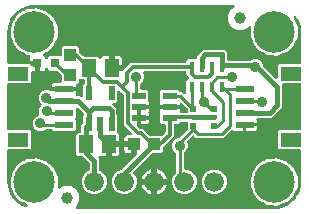
<source format=gbr>
G04 EAGLE Gerber RS-274X export*
G75*
%MOMM*%
%FSLAX34Y34*%
%LPD*%
%INTop Copper*%
%IPPOS*%
%AMOC8*
5,1,8,0,0,1.08239X$1,22.5*%
G01*
%ADD10R,1.240000X1.500000*%
%ADD11R,0.550000X1.200000*%
%ADD12R,1.075000X1.000000*%
%ADD13R,0.450000X0.900000*%
%ADD14R,0.500000X0.500000*%
%ADD15R,0.500000X0.400000*%
%ADD16C,3.516000*%
%ADD17R,1.550000X0.600000*%
%ADD18R,1.800000X1.200000*%
%ADD19C,1.000000*%
%ADD20R,0.800000X0.800000*%
%ADD21R,1.000000X1.075000*%
%ADD22R,1.200000X0.550000*%
%ADD23C,1.676400*%
%ADD24C,0.406400*%
%ADD25C,0.906400*%
%ADD26C,0.254000*%
%ADD27C,0.304800*%

G36*
X228622Y2543D02*
X228622Y2543D01*
X228700Y2545D01*
X232077Y2810D01*
X232145Y2824D01*
X232214Y2829D01*
X232370Y2869D01*
X238794Y4956D01*
X238901Y5006D01*
X239012Y5050D01*
X239063Y5083D01*
X239082Y5091D01*
X239097Y5104D01*
X239148Y5136D01*
X244612Y9107D01*
X244699Y9188D01*
X244746Y9227D01*
X244752Y9231D01*
X244753Y9233D01*
X244791Y9264D01*
X244829Y9310D01*
X244844Y9324D01*
X244855Y9341D01*
X244893Y9387D01*
X246586Y11717D01*
X246599Y11741D01*
X246616Y11761D01*
X246675Y11879D01*
X246739Y11996D01*
X246746Y12022D01*
X246758Y12046D01*
X246785Y12174D01*
X246799Y12185D01*
X246823Y12196D01*
X246925Y12281D01*
X247031Y12361D01*
X247048Y12382D01*
X247068Y12398D01*
X247171Y12522D01*
X248864Y14852D01*
X248921Y14956D01*
X248985Y15056D01*
X249007Y15113D01*
X249017Y15131D01*
X249022Y15151D01*
X249044Y15206D01*
X251131Y21630D01*
X251144Y21698D01*
X251167Y21764D01*
X251190Y21923D01*
X251455Y25300D01*
X251455Y25304D01*
X251456Y25307D01*
X251455Y25326D01*
X251459Y25400D01*
X251459Y51598D01*
X251444Y51716D01*
X251437Y51835D01*
X251424Y51873D01*
X251419Y51914D01*
X251376Y52024D01*
X251339Y52137D01*
X251317Y52172D01*
X251302Y52209D01*
X251233Y52305D01*
X251169Y52406D01*
X251139Y52434D01*
X251116Y52467D01*
X251024Y52543D01*
X250937Y52624D01*
X250902Y52644D01*
X250871Y52669D01*
X250763Y52720D01*
X250659Y52778D01*
X250619Y52788D01*
X250583Y52805D01*
X250466Y52827D01*
X250351Y52857D01*
X250291Y52861D01*
X250271Y52865D01*
X250250Y52863D01*
X250190Y52867D01*
X232618Y52867D01*
X231427Y54058D01*
X231427Y67742D01*
X232618Y68933D01*
X250190Y68933D01*
X250308Y68948D01*
X250427Y68955D01*
X250465Y68968D01*
X250506Y68973D01*
X250616Y69016D01*
X250729Y69053D01*
X250764Y69075D01*
X250801Y69090D01*
X250897Y69159D01*
X250998Y69223D01*
X251026Y69253D01*
X251059Y69276D01*
X251135Y69368D01*
X251216Y69455D01*
X251236Y69490D01*
X251261Y69521D01*
X251312Y69629D01*
X251370Y69733D01*
X251380Y69773D01*
X251397Y69809D01*
X251419Y69926D01*
X251449Y70041D01*
X251453Y70101D01*
X251457Y70121D01*
X251455Y70142D01*
X251459Y70202D01*
X251459Y107598D01*
X251444Y107716D01*
X251437Y107835D01*
X251424Y107873D01*
X251419Y107914D01*
X251376Y108024D01*
X251339Y108137D01*
X251317Y108172D01*
X251302Y108209D01*
X251233Y108305D01*
X251169Y108406D01*
X251139Y108434D01*
X251116Y108467D01*
X251024Y108543D01*
X250937Y108624D01*
X250902Y108644D01*
X250871Y108669D01*
X250763Y108720D01*
X250659Y108778D01*
X250619Y108788D01*
X250583Y108805D01*
X250466Y108827D01*
X250351Y108857D01*
X250291Y108861D01*
X250271Y108865D01*
X250250Y108863D01*
X250190Y108867D01*
X236474Y108867D01*
X236356Y108852D01*
X236237Y108845D01*
X236199Y108832D01*
X236158Y108827D01*
X236048Y108784D01*
X235935Y108747D01*
X235900Y108725D01*
X235863Y108710D01*
X235767Y108641D01*
X235666Y108577D01*
X235638Y108547D01*
X235605Y108524D01*
X235529Y108432D01*
X235448Y108345D01*
X235428Y108310D01*
X235403Y108279D01*
X235352Y108171D01*
X235294Y108067D01*
X235284Y108027D01*
X235267Y107991D01*
X235245Y107874D01*
X235215Y107759D01*
X235211Y107699D01*
X235207Y107679D01*
X235209Y107658D01*
X235205Y107598D01*
X235205Y88486D01*
X226554Y79835D01*
X214647Y79835D01*
X214516Y79819D01*
X214384Y79808D01*
X214359Y79799D01*
X214332Y79795D01*
X214209Y79747D01*
X214084Y79703D01*
X214061Y79688D01*
X214036Y79678D01*
X213929Y79601D01*
X213819Y79527D01*
X213801Y79507D01*
X213779Y79492D01*
X213694Y79389D01*
X213606Y79291D01*
X213593Y79267D01*
X213576Y79247D01*
X213520Y79127D01*
X213458Y79009D01*
X213452Y78983D01*
X213441Y78959D01*
X213416Y78829D01*
X213385Y78700D01*
X213386Y78673D01*
X213381Y78647D01*
X213389Y78515D01*
X213392Y78382D01*
X213399Y78356D01*
X213401Y78329D01*
X213441Y78203D01*
X213477Y78076D01*
X213494Y78041D01*
X213499Y78027D01*
X213510Y78008D01*
X213548Y77931D01*
X213578Y77881D01*
X213751Y77234D01*
X213751Y75399D01*
X203690Y75399D01*
X203572Y75384D01*
X203453Y75377D01*
X203415Y75364D01*
X203375Y75359D01*
X203264Y75316D01*
X203151Y75279D01*
X203117Y75257D01*
X203079Y75242D01*
X202983Y75173D01*
X202882Y75109D01*
X202854Y75079D01*
X202822Y75056D01*
X202746Y74964D01*
X202664Y74877D01*
X202645Y74842D01*
X202619Y74811D01*
X202599Y74768D01*
X202522Y74712D01*
X202422Y74649D01*
X202394Y74619D01*
X202361Y74595D01*
X202285Y74504D01*
X202204Y74417D01*
X202184Y74382D01*
X202159Y74350D01*
X202108Y74243D01*
X202050Y74138D01*
X202040Y74099D01*
X202023Y74063D01*
X202001Y73946D01*
X201971Y73830D01*
X201967Y73770D01*
X201963Y73750D01*
X201965Y73730D01*
X201961Y73670D01*
X201961Y68359D01*
X195376Y68359D01*
X194729Y68532D01*
X194150Y68867D01*
X193796Y69221D01*
X193702Y69294D01*
X193613Y69372D01*
X193577Y69391D01*
X193545Y69415D01*
X193436Y69463D01*
X193330Y69517D01*
X193290Y69526D01*
X193253Y69542D01*
X193135Y69561D01*
X193019Y69587D01*
X192979Y69585D01*
X192939Y69592D01*
X192821Y69581D01*
X192702Y69577D01*
X192663Y69566D01*
X192623Y69562D01*
X192510Y69522D01*
X192396Y69489D01*
X192361Y69468D01*
X192323Y69454D01*
X192225Y69387D01*
X192122Y69327D01*
X192077Y69287D01*
X192060Y69276D01*
X192047Y69261D01*
X192001Y69221D01*
X185518Y62737D01*
X162462Y62737D01*
X160803Y64397D01*
X160712Y64467D01*
X160687Y64491D01*
X160681Y64494D01*
X160619Y64548D01*
X160583Y64567D01*
X160551Y64592D01*
X160442Y64639D01*
X160336Y64693D01*
X160297Y64702D01*
X160259Y64718D01*
X160142Y64737D01*
X160026Y64763D01*
X159985Y64762D01*
X159945Y64768D01*
X159827Y64757D01*
X159708Y64753D01*
X159669Y64742D01*
X159629Y64738D01*
X159516Y64698D01*
X159402Y64665D01*
X159368Y64644D01*
X159329Y64630D01*
X159231Y64564D01*
X159128Y64503D01*
X159083Y64463D01*
X159066Y64452D01*
X159053Y64437D01*
X159008Y64397D01*
X154771Y60160D01*
X154753Y60137D01*
X154730Y60118D01*
X154656Y60012D01*
X154576Y59909D01*
X154564Y59882D01*
X154547Y59858D01*
X154501Y59736D01*
X154450Y59617D01*
X154445Y59588D01*
X154434Y59560D01*
X154420Y59431D01*
X154400Y59303D01*
X154402Y59273D01*
X154399Y59244D01*
X154417Y59116D01*
X154430Y58986D01*
X154440Y58958D01*
X154444Y58929D01*
X154496Y58777D01*
X155155Y57186D01*
X155155Y54574D01*
X154155Y52161D01*
X152264Y50271D01*
X152204Y50192D01*
X152136Y50120D01*
X152107Y50067D01*
X152070Y50019D01*
X152030Y49928D01*
X151982Y49842D01*
X151967Y49783D01*
X151943Y49727D01*
X151928Y49629D01*
X151903Y49534D01*
X151897Y49434D01*
X151893Y49413D01*
X151895Y49401D01*
X151893Y49373D01*
X151893Y37084D01*
X151908Y36966D01*
X151915Y36847D01*
X151928Y36809D01*
X151933Y36768D01*
X151976Y36658D01*
X152013Y36545D01*
X152035Y36510D01*
X152050Y36473D01*
X152119Y36377D01*
X152183Y36276D01*
X152213Y36248D01*
X152236Y36215D01*
X152328Y36139D01*
X152415Y36058D01*
X152450Y36038D01*
X152481Y36013D01*
X152589Y35962D01*
X152693Y35904D01*
X152733Y35894D01*
X152769Y35877D01*
X152886Y35855D01*
X153001Y35825D01*
X153061Y35821D01*
X153081Y35817D01*
X153102Y35819D01*
X153162Y35815D01*
X154472Y35815D01*
X158299Y34229D01*
X161229Y31299D01*
X162815Y27472D01*
X162815Y23328D01*
X161229Y19501D01*
X158299Y16571D01*
X154472Y14985D01*
X150328Y14985D01*
X146501Y16571D01*
X143571Y19501D01*
X141985Y23328D01*
X141985Y27472D01*
X143571Y31299D01*
X144916Y32644D01*
X144976Y32722D01*
X145044Y32795D01*
X145073Y32848D01*
X145110Y32895D01*
X145150Y32986D01*
X145198Y33073D01*
X145213Y33132D01*
X145237Y33187D01*
X145252Y33285D01*
X145277Y33381D01*
X145283Y33481D01*
X145287Y33501D01*
X145285Y33514D01*
X145287Y33542D01*
X145287Y49373D01*
X145275Y49471D01*
X145272Y49570D01*
X145255Y49628D01*
X145247Y49689D01*
X145211Y49781D01*
X145183Y49876D01*
X145153Y49928D01*
X145130Y49984D01*
X145072Y50064D01*
X145022Y50150D01*
X144956Y50225D01*
X144944Y50242D01*
X144934Y50249D01*
X144916Y50271D01*
X143025Y52161D01*
X142025Y54574D01*
X142025Y57186D01*
X143025Y59599D01*
X144871Y61445D01*
X147316Y62458D01*
X147385Y62460D01*
X147444Y62477D01*
X147504Y62485D01*
X147596Y62521D01*
X147691Y62549D01*
X147743Y62579D01*
X147799Y62602D01*
X147879Y62660D01*
X147965Y62710D01*
X148040Y62776D01*
X148057Y62788D01*
X148065Y62798D01*
X148086Y62816D01*
X155006Y69736D01*
X155066Y69814D01*
X155134Y69887D01*
X155163Y69940D01*
X155200Y69988D01*
X155240Y70079D01*
X155288Y70165D01*
X155303Y70224D01*
X155327Y70279D01*
X155342Y70377D01*
X155367Y70473D01*
X155373Y70573D01*
X155377Y70594D01*
X155375Y70606D01*
X155377Y70634D01*
X155377Y75184D01*
X155362Y75302D01*
X155355Y75421D01*
X155342Y75459D01*
X155337Y75500D01*
X155294Y75610D01*
X155257Y75723D01*
X155235Y75758D01*
X155220Y75795D01*
X155151Y75891D01*
X155087Y75992D01*
X155057Y76020D01*
X155034Y76053D01*
X154942Y76129D01*
X154855Y76210D01*
X154820Y76230D01*
X154789Y76255D01*
X154681Y76306D01*
X154577Y76364D01*
X154537Y76374D01*
X154501Y76391D01*
X154384Y76413D01*
X154269Y76443D01*
X154209Y76447D01*
X154189Y76451D01*
X154168Y76449D01*
X154108Y76453D01*
X149204Y76453D01*
X149106Y76441D01*
X149007Y76438D01*
X148948Y76421D01*
X148888Y76413D01*
X148796Y76377D01*
X148701Y76349D01*
X148649Y76319D01*
X148593Y76296D01*
X148512Y76238D01*
X148427Y76188D01*
X148352Y76122D01*
X148335Y76110D01*
X148327Y76100D01*
X148306Y76082D01*
X146842Y74617D01*
X144826Y74617D01*
X144708Y74602D01*
X144589Y74595D01*
X144551Y74582D01*
X144510Y74577D01*
X144400Y74534D01*
X144287Y74497D01*
X144252Y74475D01*
X144215Y74460D01*
X144119Y74391D01*
X144018Y74327D01*
X143990Y74297D01*
X143957Y74274D01*
X143881Y74182D01*
X143800Y74095D01*
X143780Y74060D01*
X143755Y74029D01*
X143704Y73921D01*
X143646Y73817D01*
X143636Y73777D01*
X143619Y73741D01*
X143597Y73624D01*
X143567Y73509D01*
X143563Y73449D01*
X143559Y73429D01*
X143561Y73408D01*
X143557Y73348D01*
X143557Y63987D01*
X134389Y54820D01*
X134329Y54741D01*
X134261Y54669D01*
X134232Y54616D01*
X134195Y54568D01*
X134155Y54477D01*
X134107Y54391D01*
X134092Y54332D01*
X134068Y54276D01*
X134053Y54178D01*
X134028Y54083D01*
X134022Y53983D01*
X134018Y53962D01*
X134020Y53950D01*
X134018Y53922D01*
X134018Y51308D01*
X132827Y50117D01*
X125851Y50117D01*
X125753Y50105D01*
X125654Y50102D01*
X125596Y50085D01*
X125536Y50077D01*
X125444Y50041D01*
X125349Y50013D01*
X125297Y49983D01*
X125240Y49960D01*
X125160Y49902D01*
X125075Y49852D01*
X124999Y49786D01*
X124983Y49774D01*
X124975Y49764D01*
X124954Y49746D01*
X109366Y34158D01*
X109293Y34063D01*
X109214Y33974D01*
X109196Y33938D01*
X109171Y33906D01*
X109124Y33797D01*
X109070Y33691D01*
X109061Y33652D01*
X109045Y33614D01*
X109026Y33497D01*
X109000Y33381D01*
X109001Y33340D01*
X108995Y33300D01*
X109006Y33182D01*
X109010Y33063D01*
X109021Y33024D01*
X109025Y32984D01*
X109065Y32872D01*
X109098Y32757D01*
X109119Y32723D01*
X109132Y32684D01*
X109199Y32586D01*
X109260Y32483D01*
X109299Y32438D01*
X109311Y32421D01*
X109326Y32408D01*
X109366Y32363D01*
X110429Y31299D01*
X112015Y27472D01*
X112015Y23328D01*
X110429Y19501D01*
X107499Y16571D01*
X103672Y14985D01*
X99528Y14985D01*
X95701Y16571D01*
X92771Y19501D01*
X91185Y23328D01*
X91185Y27472D01*
X92771Y31299D01*
X95701Y34229D01*
X99292Y35717D01*
X99300Y35721D01*
X99309Y35724D01*
X99438Y35800D01*
X99568Y35874D01*
X99575Y35881D01*
X99583Y35885D01*
X99703Y35992D01*
X111738Y48026D01*
X111798Y48104D01*
X111866Y48176D01*
X111895Y48229D01*
X111932Y48277D01*
X111972Y48368D01*
X112020Y48455D01*
X112035Y48513D01*
X112059Y48569D01*
X112074Y48667D01*
X112099Y48763D01*
X112105Y48863D01*
X112109Y48883D01*
X112107Y48895D01*
X112109Y48923D01*
X112109Y55920D01*
X112094Y56038D01*
X112087Y56157D01*
X112074Y56195D01*
X112069Y56235D01*
X112026Y56346D01*
X111989Y56459D01*
X111967Y56493D01*
X111952Y56531D01*
X111883Y56627D01*
X111819Y56728D01*
X111789Y56756D01*
X111766Y56788D01*
X111674Y56864D01*
X111587Y56946D01*
X111552Y56965D01*
X111521Y56991D01*
X111413Y57042D01*
X111309Y57099D01*
X111269Y57109D01*
X111233Y57127D01*
X111116Y57149D01*
X111001Y57179D01*
X110941Y57183D01*
X110921Y57186D01*
X110900Y57185D01*
X110840Y57189D01*
X109649Y57189D01*
X109649Y58380D01*
X109634Y58498D01*
X109627Y58617D01*
X109614Y58655D01*
X109609Y58696D01*
X109565Y58806D01*
X109529Y58919D01*
X109507Y58954D01*
X109492Y58991D01*
X109422Y59087D01*
X109359Y59188D01*
X109329Y59216D01*
X109305Y59249D01*
X109214Y59325D01*
X109127Y59406D01*
X109092Y59426D01*
X109060Y59451D01*
X108953Y59502D01*
X108848Y59560D01*
X108809Y59570D01*
X108773Y59587D01*
X108656Y59609D01*
X108540Y59639D01*
X108480Y59643D01*
X108460Y59647D01*
X108440Y59645D01*
X108380Y59649D01*
X101694Y59649D01*
X101694Y62484D01*
X101867Y63131D01*
X102202Y63710D01*
X102675Y64183D01*
X103254Y64518D01*
X103901Y64691D01*
X106836Y64691D01*
X106974Y64708D01*
X107112Y64721D01*
X107132Y64728D01*
X107152Y64731D01*
X107281Y64782D01*
X107412Y64829D01*
X107429Y64840D01*
X107447Y64848D01*
X107559Y64929D01*
X107675Y65007D01*
X107688Y65023D01*
X107705Y65034D01*
X107793Y65142D01*
X107885Y65246D01*
X107895Y65264D01*
X107908Y65279D01*
X107967Y65405D01*
X108030Y65529D01*
X108034Y65549D01*
X108043Y65567D01*
X108069Y65703D01*
X108100Y65839D01*
X108099Y65860D01*
X108103Y65879D01*
X108094Y66018D01*
X108090Y66157D01*
X108084Y66177D01*
X108083Y66197D01*
X108040Y66329D01*
X108002Y66463D01*
X107991Y66480D01*
X107985Y66499D01*
X107910Y66617D01*
X107840Y66737D01*
X107821Y66758D01*
X107815Y66768D01*
X107800Y66782D01*
X107734Y66857D01*
X100887Y73704D01*
X100887Y98747D01*
X100875Y98845D01*
X100872Y98944D01*
X100855Y99002D01*
X100847Y99062D01*
X100811Y99155D01*
X100783Y99250D01*
X100753Y99302D01*
X100730Y99358D01*
X100672Y99438D01*
X100622Y99524D01*
X100556Y99599D01*
X100544Y99616D01*
X100534Y99623D01*
X100516Y99644D01*
X98319Y101841D01*
X97730Y102430D01*
X97620Y102516D01*
X97513Y102604D01*
X97494Y102613D01*
X97478Y102625D01*
X97350Y102681D01*
X97225Y102740D01*
X97205Y102744D01*
X97186Y102752D01*
X97048Y102774D01*
X96912Y102800D01*
X96892Y102798D01*
X96872Y102802D01*
X96733Y102789D01*
X96595Y102780D01*
X96576Y102774D01*
X96556Y102772D01*
X96425Y102725D01*
X96293Y102682D01*
X96275Y102671D01*
X96256Y102664D01*
X96142Y102586D01*
X96024Y102512D01*
X96010Y102497D01*
X95993Y102486D01*
X95901Y102382D01*
X95806Y102280D01*
X95796Y102262D01*
X95783Y102247D01*
X95720Y102123D01*
X95652Y102002D01*
X95647Y101982D01*
X95638Y101964D01*
X95608Y101828D01*
X95573Y101694D01*
X95571Y101666D01*
X95568Y101654D01*
X95569Y101633D01*
X95563Y101533D01*
X95563Y93789D01*
X94372Y92598D01*
X92744Y92598D01*
X92607Y92581D01*
X92468Y92568D01*
X92449Y92561D01*
X92429Y92558D01*
X92300Y92507D01*
X92169Y92460D01*
X92152Y92449D01*
X92133Y92441D01*
X92021Y92360D01*
X91906Y92282D01*
X91892Y92266D01*
X91876Y92255D01*
X91787Y92147D01*
X91695Y92043D01*
X91686Y92025D01*
X91673Y92010D01*
X91614Y91884D01*
X91550Y91760D01*
X91546Y91740D01*
X91537Y91722D01*
X91511Y91585D01*
X91481Y91450D01*
X91481Y91429D01*
X91478Y91410D01*
X91486Y91271D01*
X91491Y91132D01*
X91496Y91112D01*
X91497Y91092D01*
X91540Y90960D01*
X91579Y90826D01*
X91589Y90809D01*
X91595Y90790D01*
X91670Y90672D01*
X91740Y90552D01*
X91759Y90531D01*
X91766Y90521D01*
X91781Y90507D01*
X91847Y90431D01*
X92092Y90186D01*
X94845Y87434D01*
X94845Y85773D01*
X94845Y83541D01*
X94845Y82715D01*
X94857Y82617D01*
X94860Y82517D01*
X94877Y82459D01*
X94885Y82399D01*
X94921Y82307D01*
X94949Y82212D01*
X94979Y82160D01*
X95002Y82103D01*
X95060Y82023D01*
X95110Y81938D01*
X95176Y81863D01*
X95188Y81846D01*
X95198Y81838D01*
X95217Y81817D01*
X95563Y81471D01*
X95563Y67646D01*
X95575Y67548D01*
X95578Y67449D01*
X95595Y67391D01*
X95603Y67331D01*
X95639Y67239D01*
X95667Y67143D01*
X95697Y67091D01*
X95720Y67035D01*
X95778Y66955D01*
X95828Y66869D01*
X95894Y66794D01*
X95906Y66778D01*
X95916Y66770D01*
X95935Y66749D01*
X96473Y66210D01*
X96808Y65631D01*
X96981Y64984D01*
X96981Y59689D01*
X89510Y59689D01*
X89392Y59674D01*
X89273Y59667D01*
X89235Y59654D01*
X89195Y59649D01*
X89084Y59605D01*
X88971Y59569D01*
X88936Y59547D01*
X88899Y59532D01*
X88803Y59462D01*
X88702Y59399D01*
X88674Y59369D01*
X88642Y59345D01*
X88566Y59254D01*
X88484Y59167D01*
X88465Y59132D01*
X88439Y59100D01*
X88388Y58993D01*
X88331Y58889D01*
X88320Y58849D01*
X88303Y58813D01*
X88281Y58696D01*
X88251Y58581D01*
X88247Y58520D01*
X88243Y58500D01*
X88245Y58480D01*
X88244Y58472D01*
X88243Y58468D01*
X88244Y58464D01*
X88241Y58420D01*
X88241Y57149D01*
X86970Y57149D01*
X86852Y57134D01*
X86733Y57127D01*
X86695Y57114D01*
X86655Y57109D01*
X86544Y57065D01*
X86431Y57029D01*
X86396Y57007D01*
X86359Y56992D01*
X86263Y56922D01*
X86162Y56859D01*
X86134Y56829D01*
X86101Y56805D01*
X86026Y56714D01*
X85944Y56627D01*
X85924Y56592D01*
X85899Y56560D01*
X85848Y56453D01*
X85790Y56349D01*
X85780Y56309D01*
X85763Y56273D01*
X85741Y56156D01*
X85711Y56041D01*
X85707Y55980D01*
X85703Y55960D01*
X85705Y55940D01*
X85704Y55934D01*
X85703Y55930D01*
X85704Y55925D01*
X85701Y55880D01*
X85701Y47109D01*
X81706Y47109D01*
X81245Y47233D01*
X81101Y47252D01*
X80957Y47275D01*
X80944Y47274D01*
X80930Y47276D01*
X80785Y47259D01*
X80640Y47245D01*
X80628Y47241D01*
X80614Y47239D01*
X80478Y47187D01*
X80341Y47138D01*
X80330Y47130D01*
X80317Y47125D01*
X80198Y47041D01*
X80078Y46959D01*
X80069Y46949D01*
X80058Y46941D01*
X79964Y46830D01*
X79868Y46721D01*
X79861Y46709D01*
X79853Y46699D01*
X79789Y46567D01*
X79723Y46438D01*
X79720Y46424D01*
X79714Y46412D01*
X79685Y46269D01*
X79653Y46127D01*
X79654Y46114D01*
X79651Y46101D01*
X79659Y45954D01*
X79663Y45809D01*
X79667Y45796D01*
X79667Y45783D01*
X79711Y45644D01*
X79751Y45504D01*
X79758Y45492D01*
X79762Y45479D01*
X79839Y45356D01*
X79913Y45230D01*
X79925Y45216D01*
X79929Y45209D01*
X79942Y45197D01*
X80019Y45109D01*
X80265Y44864D01*
X80265Y35837D01*
X80268Y35808D01*
X80266Y35779D01*
X80288Y35651D01*
X80305Y35522D01*
X80315Y35494D01*
X80320Y35465D01*
X80374Y35347D01*
X80422Y35226D01*
X80439Y35202D01*
X80451Y35175D01*
X80532Y35074D01*
X80608Y34969D01*
X80631Y34950D01*
X80650Y34927D01*
X80753Y34849D01*
X80853Y34766D01*
X80880Y34753D01*
X80904Y34736D01*
X81048Y34665D01*
X82099Y34229D01*
X85029Y31299D01*
X86615Y27472D01*
X86615Y23328D01*
X85029Y19501D01*
X82099Y16571D01*
X78272Y14985D01*
X74128Y14985D01*
X70301Y16571D01*
X67371Y19501D01*
X65785Y23328D01*
X65785Y27472D01*
X67371Y31299D01*
X70301Y34229D01*
X71352Y34665D01*
X71377Y34679D01*
X71405Y34688D01*
X71515Y34758D01*
X71628Y34822D01*
X71649Y34843D01*
X71674Y34858D01*
X71763Y34953D01*
X71856Y35043D01*
X71872Y35069D01*
X71892Y35090D01*
X71955Y35204D01*
X72023Y35315D01*
X72031Y35343D01*
X72046Y35369D01*
X72078Y35494D01*
X72116Y35618D01*
X72118Y35648D01*
X72125Y35677D01*
X72135Y35837D01*
X72135Y40971D01*
X72123Y41069D01*
X72120Y41168D01*
X72103Y41226D01*
X72095Y41286D01*
X72059Y41378D01*
X72031Y41473D01*
X72001Y41525D01*
X71978Y41582D01*
X71920Y41662D01*
X71870Y41747D01*
X71804Y41823D01*
X71792Y41839D01*
X71782Y41847D01*
X71764Y41868D01*
X66386Y47246D01*
X66308Y47306D01*
X66236Y47374D01*
X66183Y47403D01*
X66135Y47440D01*
X66044Y47480D01*
X65957Y47528D01*
X65899Y47543D01*
X65843Y47567D01*
X65745Y47582D01*
X65649Y47607D01*
X65549Y47613D01*
X65529Y47617D01*
X65517Y47615D01*
X65489Y47617D01*
X62198Y47617D01*
X61007Y48808D01*
X61007Y65492D01*
X62198Y66683D01*
X63906Y66683D01*
X64024Y66698D01*
X64143Y66705D01*
X64181Y66718D01*
X64222Y66723D01*
X64332Y66766D01*
X64445Y66803D01*
X64480Y66825D01*
X64517Y66840D01*
X64613Y66909D01*
X64714Y66973D01*
X64742Y67003D01*
X64775Y67026D01*
X64851Y67118D01*
X64932Y67205D01*
X64952Y67240D01*
X64977Y67271D01*
X65028Y67379D01*
X65086Y67483D01*
X65096Y67523D01*
X65113Y67559D01*
X65135Y67676D01*
X65165Y67791D01*
X65169Y67851D01*
X65173Y67871D01*
X65171Y67892D01*
X65175Y67952D01*
X65175Y73773D01*
X66626Y75223D01*
X66686Y75301D01*
X66754Y75373D01*
X66783Y75426D01*
X66820Y75474D01*
X66860Y75565D01*
X66908Y75652D01*
X66923Y75710D01*
X66947Y75766D01*
X66962Y75864D01*
X66987Y75960D01*
X66993Y76060D01*
X66997Y76080D01*
X66995Y76092D01*
X66997Y76120D01*
X66997Y81471D01*
X67121Y81595D01*
X67194Y81689D01*
X67273Y81778D01*
X67292Y81815D01*
X67316Y81846D01*
X67364Y81956D01*
X67418Y82062D01*
X67427Y82101D01*
X67443Y82138D01*
X67461Y82256D01*
X67487Y82372D01*
X67486Y82412D01*
X67493Y82452D01*
X67481Y82571D01*
X67478Y82690D01*
X67467Y82729D01*
X67463Y82769D01*
X67422Y82881D01*
X67389Y82995D01*
X67369Y83030D01*
X67355Y83068D01*
X67288Y83167D01*
X67228Y83269D01*
X67195Y83307D01*
X67192Y83312D01*
X67187Y83316D01*
X67177Y83331D01*
X67161Y83345D01*
X67121Y83390D01*
X62489Y88022D01*
X62380Y88107D01*
X62273Y88196D01*
X62254Y88205D01*
X62238Y88217D01*
X62110Y88273D01*
X61985Y88332D01*
X61965Y88335D01*
X61946Y88343D01*
X61808Y88365D01*
X61672Y88391D01*
X61652Y88390D01*
X61632Y88393D01*
X61493Y88380D01*
X61355Y88372D01*
X61336Y88365D01*
X61316Y88363D01*
X61184Y88316D01*
X61053Y88274D01*
X61035Y88263D01*
X61016Y88256D01*
X60901Y88178D01*
X60784Y88103D01*
X60770Y88089D01*
X60753Y88077D01*
X60661Y87973D01*
X60566Y87872D01*
X60556Y87854D01*
X60543Y87839D01*
X60479Y87715D01*
X60412Y87593D01*
X60407Y87574D01*
X60398Y87556D01*
X60368Y87420D01*
X60333Y87285D01*
X60331Y87257D01*
X60328Y87245D01*
X60329Y87225D01*
X60323Y87125D01*
X60323Y80058D01*
X60062Y79798D01*
X59989Y79703D01*
X59910Y79614D01*
X59892Y79578D01*
X59867Y79546D01*
X59820Y79437D01*
X59766Y79331D01*
X59757Y79292D01*
X59741Y79254D01*
X59722Y79136D01*
X59696Y79021D01*
X59697Y78980D01*
X59691Y78940D01*
X59702Y78822D01*
X59706Y78703D01*
X59717Y78664D01*
X59721Y78624D01*
X59761Y78512D01*
X59794Y78397D01*
X59815Y78362D01*
X59828Y78324D01*
X59895Y78226D01*
X59956Y78123D01*
X59996Y78078D01*
X60007Y78061D01*
X60022Y78048D01*
X60062Y78003D01*
X60323Y77742D01*
X60323Y70058D01*
X59132Y68867D01*
X41948Y68867D01*
X40590Y70226D01*
X40511Y70286D01*
X40439Y70354D01*
X40386Y70383D01*
X40338Y70420D01*
X40248Y70460D01*
X40161Y70508D01*
X40102Y70523D01*
X40047Y70547D01*
X39949Y70562D01*
X39853Y70587D01*
X39753Y70593D01*
X39733Y70597D01*
X39720Y70595D01*
X39692Y70597D01*
X35957Y70597D01*
X35859Y70585D01*
X35760Y70582D01*
X35702Y70565D01*
X35641Y70557D01*
X35549Y70521D01*
X35454Y70493D01*
X35402Y70463D01*
X35346Y70440D01*
X35266Y70382D01*
X35180Y70332D01*
X35105Y70266D01*
X35088Y70254D01*
X35081Y70244D01*
X35059Y70226D01*
X34199Y69365D01*
X31786Y68365D01*
X29174Y68365D01*
X26761Y69365D01*
X24915Y71211D01*
X23915Y73624D01*
X23915Y76236D01*
X24915Y78649D01*
X26761Y80495D01*
X28931Y81394D01*
X29035Y81453D01*
X29142Y81505D01*
X29172Y81532D01*
X29207Y81552D01*
X29293Y81635D01*
X29384Y81712D01*
X29407Y81745D01*
X29436Y81773D01*
X29498Y81875D01*
X29567Y81972D01*
X29581Y82010D01*
X29602Y82044D01*
X29637Y82158D01*
X29679Y82269D01*
X29684Y82309D01*
X29696Y82348D01*
X29701Y82467D01*
X29715Y82585D01*
X29709Y82625D01*
X29711Y82666D01*
X29687Y82782D01*
X29670Y82900D01*
X29651Y82957D01*
X29647Y82977D01*
X29638Y82995D01*
X29618Y83052D01*
X29221Y84010D01*
X29221Y86622D01*
X30221Y89035D01*
X31094Y89908D01*
X31167Y90002D01*
X31245Y90091D01*
X31264Y90127D01*
X31289Y90159D01*
X31336Y90268D01*
X31390Y90374D01*
X31399Y90413D01*
X31415Y90451D01*
X31434Y90568D01*
X31460Y90684D01*
X31458Y90725D01*
X31465Y90765D01*
X31454Y90883D01*
X31450Y91002D01*
X31439Y91041D01*
X31435Y91081D01*
X31395Y91193D01*
X31362Y91308D01*
X31341Y91343D01*
X31327Y91381D01*
X31260Y91479D01*
X31200Y91582D01*
X31160Y91627D01*
X31149Y91644D01*
X31133Y91657D01*
X31094Y91703D01*
X29995Y92801D01*
X28995Y95214D01*
X28995Y97826D01*
X29995Y100239D01*
X31841Y102085D01*
X34254Y103085D01*
X36866Y103085D01*
X38494Y102410D01*
X38542Y102397D01*
X38587Y102376D01*
X38695Y102355D01*
X38801Y102326D01*
X38851Y102325D01*
X38900Y102316D01*
X39009Y102323D01*
X39119Y102321D01*
X39167Y102333D01*
X39217Y102336D01*
X39321Y102370D01*
X39428Y102395D01*
X39438Y102401D01*
X50310Y102401D01*
X50428Y102416D01*
X50547Y102423D01*
X50554Y102425D01*
X50610Y102411D01*
X50670Y102407D01*
X50690Y102403D01*
X50710Y102405D01*
X50770Y102401D01*
X60831Y102401D01*
X60831Y100566D01*
X60658Y99919D01*
X60628Y99869D01*
X60577Y99747D01*
X60521Y99627D01*
X60516Y99600D01*
X60505Y99576D01*
X60486Y99444D01*
X60461Y99314D01*
X60462Y99288D01*
X60459Y99261D01*
X60472Y99129D01*
X60481Y98997D01*
X60489Y98972D01*
X60492Y98945D01*
X60538Y98820D01*
X60579Y98695D01*
X60593Y98672D01*
X60602Y98647D01*
X60678Y98538D01*
X60749Y98426D01*
X60768Y98407D01*
X60784Y98385D01*
X60884Y98299D01*
X60980Y98208D01*
X61004Y98195D01*
X61024Y98177D01*
X61143Y98118D01*
X61259Y98054D01*
X61285Y98048D01*
X61309Y98036D01*
X61439Y98008D01*
X61567Y97975D01*
X61605Y97973D01*
X61620Y97969D01*
X61642Y97970D01*
X61727Y97965D01*
X64044Y97965D01*
X64831Y97178D01*
X64940Y97093D01*
X65047Y97004D01*
X65066Y96995D01*
X65082Y96983D01*
X65209Y96928D01*
X65335Y96868D01*
X65355Y96865D01*
X65374Y96857D01*
X65512Y96835D01*
X65648Y96809D01*
X65668Y96810D01*
X65688Y96807D01*
X65827Y96820D01*
X65965Y96828D01*
X65984Y96835D01*
X66004Y96837D01*
X66136Y96884D01*
X66267Y96926D01*
X66285Y96937D01*
X66304Y96944D01*
X66419Y97022D01*
X66536Y97097D01*
X66550Y97111D01*
X66567Y97123D01*
X66659Y97227D01*
X66754Y97328D01*
X66764Y97346D01*
X66777Y97361D01*
X66840Y97485D01*
X66908Y97607D01*
X66913Y97626D01*
X66922Y97644D01*
X66952Y97780D01*
X66987Y97915D01*
X66989Y97943D01*
X66992Y97955D01*
X66991Y97975D01*
X66997Y98075D01*
X66997Y107473D01*
X67851Y108327D01*
X67912Y108405D01*
X67980Y108478D01*
X68009Y108531D01*
X68046Y108578D01*
X68086Y108669D01*
X68134Y108756D01*
X68149Y108815D01*
X68173Y108870D01*
X68188Y108968D01*
X68213Y109064D01*
X68219Y109164D01*
X68223Y109184D01*
X68221Y109197D01*
X68223Y109225D01*
X68223Y111118D01*
X68208Y111236D01*
X68201Y111355D01*
X68188Y111393D01*
X68183Y111434D01*
X68140Y111544D01*
X68103Y111657D01*
X68081Y111692D01*
X68066Y111729D01*
X67997Y111825D01*
X67933Y111926D01*
X67903Y111954D01*
X67880Y111987D01*
X67788Y112063D01*
X67701Y112144D01*
X67666Y112164D01*
X67635Y112189D01*
X67527Y112240D01*
X67423Y112298D01*
X67383Y112308D01*
X67347Y112325D01*
X67230Y112347D01*
X67115Y112377D01*
X67055Y112381D01*
X67035Y112385D01*
X67014Y112383D01*
X66954Y112387D01*
X64409Y112387D01*
X64399Y112389D01*
X64262Y112415D01*
X64243Y112414D01*
X64223Y112417D01*
X64084Y112404D01*
X63945Y112395D01*
X63926Y112389D01*
X63906Y112387D01*
X63775Y112340D01*
X63643Y112297D01*
X63626Y112287D01*
X63607Y112280D01*
X63492Y112202D01*
X63374Y112127D01*
X63360Y112113D01*
X63344Y112101D01*
X63252Y111997D01*
X63156Y111895D01*
X63146Y111878D01*
X63133Y111863D01*
X63070Y111739D01*
X63002Y111617D01*
X62997Y111598D01*
X62988Y111580D01*
X62958Y111444D01*
X62923Y111309D01*
X62921Y111281D01*
X62919Y111270D01*
X62919Y111249D01*
X62913Y111148D01*
X62913Y109743D01*
X61621Y108452D01*
X61561Y108432D01*
X61526Y108410D01*
X61489Y108395D01*
X61393Y108326D01*
X61292Y108262D01*
X61264Y108232D01*
X61231Y108209D01*
X61155Y108117D01*
X61074Y108030D01*
X61054Y107995D01*
X61029Y107964D01*
X60978Y107856D01*
X60920Y107752D01*
X60910Y107712D01*
X60893Y107676D01*
X60871Y107559D01*
X60841Y107444D01*
X60837Y107384D01*
X60833Y107364D01*
X60835Y107343D01*
X60831Y107283D01*
X60831Y105399D01*
X50770Y105399D01*
X50652Y105384D01*
X50533Y105377D01*
X50526Y105375D01*
X50470Y105389D01*
X50410Y105393D01*
X50390Y105397D01*
X50370Y105395D01*
X50310Y105399D01*
X40249Y105399D01*
X40249Y107234D01*
X40422Y107881D01*
X40757Y108460D01*
X41230Y108933D01*
X41809Y109268D01*
X42456Y109441D01*
X47578Y109441D01*
X47696Y109456D01*
X47815Y109463D01*
X47853Y109476D01*
X47894Y109481D01*
X48004Y109524D01*
X48117Y109561D01*
X48152Y109583D01*
X48189Y109598D01*
X48285Y109667D01*
X48386Y109731D01*
X48414Y109761D01*
X48447Y109784D01*
X48523Y109876D01*
X48604Y109963D01*
X48624Y109998D01*
X48649Y110029D01*
X48700Y110137D01*
X48758Y110241D01*
X48768Y110281D01*
X48785Y110317D01*
X48807Y110434D01*
X48837Y110549D01*
X48841Y110609D01*
X48845Y110629D01*
X48843Y110650D01*
X48847Y110710D01*
X48847Y114746D01*
X48835Y114844D01*
X48832Y114943D01*
X48815Y115002D01*
X48807Y115062D01*
X48771Y115154D01*
X48743Y115249D01*
X48713Y115301D01*
X48690Y115357D01*
X48632Y115437D01*
X48582Y115523D01*
X48516Y115598D01*
X48504Y115615D01*
X48494Y115623D01*
X48476Y115644D01*
X44794Y119326D01*
X44715Y119386D01*
X44643Y119454D01*
X44590Y119483D01*
X44542Y119520D01*
X44451Y119560D01*
X44365Y119608D01*
X44306Y119623D01*
X44251Y119647D01*
X44153Y119662D01*
X44057Y119687D01*
X43957Y119693D01*
X43937Y119697D01*
X43924Y119695D01*
X43896Y119697D01*
X38218Y119697D01*
X37016Y120899D01*
X37008Y120962D01*
X36991Y121113D01*
X36988Y121119D01*
X36987Y121126D01*
X36931Y121269D01*
X36877Y121410D01*
X36873Y121416D01*
X36870Y121422D01*
X36781Y121546D01*
X36693Y121669D01*
X36688Y121674D01*
X36684Y121679D01*
X36565Y121777D01*
X36450Y121875D01*
X36444Y121878D01*
X36439Y121882D01*
X36301Y121947D01*
X36164Y122013D01*
X36157Y122015D01*
X36151Y122018D01*
X36003Y122046D01*
X35852Y122076D01*
X35845Y122076D01*
X35839Y122077D01*
X35687Y122068D01*
X35534Y122060D01*
X35528Y122058D01*
X35521Y122058D01*
X35377Y122011D01*
X35231Y121965D01*
X35225Y121962D01*
X35219Y121960D01*
X35090Y121878D01*
X34960Y121798D01*
X34956Y121793D01*
X34950Y121789D01*
X34845Y121678D01*
X34740Y121569D01*
X34737Y121563D01*
X34732Y121558D01*
X34658Y121424D01*
X34583Y121292D01*
X34581Y121283D01*
X34578Y121279D01*
X34576Y121269D01*
X34532Y121139D01*
X34428Y120749D01*
X34093Y120170D01*
X33620Y119697D01*
X33041Y119362D01*
X32394Y119189D01*
X30059Y119189D01*
X30059Y125000D01*
X30044Y125118D01*
X30037Y125237D01*
X30024Y125275D01*
X30019Y125315D01*
X29976Y125426D01*
X29939Y125539D01*
X29917Y125573D01*
X29902Y125611D01*
X29833Y125707D01*
X29769Y125808D01*
X29739Y125836D01*
X29716Y125868D01*
X29624Y125944D01*
X29537Y126026D01*
X29502Y126045D01*
X29471Y126071D01*
X29363Y126122D01*
X29259Y126179D01*
X29219Y126189D01*
X29183Y126207D01*
X29066Y126229D01*
X28951Y126259D01*
X28891Y126263D01*
X28871Y126266D01*
X28850Y126265D01*
X28790Y126269D01*
X28599Y126269D01*
X28599Y126460D01*
X28584Y126578D01*
X28577Y126697D01*
X28564Y126735D01*
X28559Y126776D01*
X28515Y126886D01*
X28479Y126999D01*
X28457Y127034D01*
X28442Y127071D01*
X28372Y127167D01*
X28309Y127268D01*
X28279Y127296D01*
X28255Y127329D01*
X28164Y127405D01*
X28077Y127486D01*
X28042Y127506D01*
X28010Y127531D01*
X27903Y127582D01*
X27798Y127640D01*
X27759Y127650D01*
X27723Y127667D01*
X27606Y127689D01*
X27490Y127719D01*
X27430Y127723D01*
X27410Y127727D01*
X27390Y127725D01*
X27330Y127729D01*
X21519Y127729D01*
X21519Y130064D01*
X21692Y130711D01*
X21899Y131068D01*
X21916Y131108D01*
X21939Y131144D01*
X21977Y131254D01*
X22022Y131362D01*
X22028Y131404D01*
X22042Y131445D01*
X22052Y131561D01*
X22069Y131676D01*
X22064Y131719D01*
X22068Y131762D01*
X22048Y131877D01*
X22036Y131992D01*
X22021Y132033D01*
X22013Y132075D01*
X21965Y132181D01*
X21925Y132291D01*
X21900Y132326D01*
X21883Y132365D01*
X21810Y132456D01*
X21743Y132552D01*
X21711Y132580D01*
X21684Y132613D01*
X21591Y132683D01*
X21503Y132760D01*
X21464Y132779D01*
X21430Y132805D01*
X21285Y132876D01*
X20951Y133014D01*
X20852Y133041D01*
X20757Y133077D01*
X20665Y133092D01*
X20644Y133098D01*
X20631Y133098D01*
X20598Y133104D01*
X19179Y133253D01*
X16215Y134964D01*
X16213Y134965D01*
X16210Y134967D01*
X16066Y135038D01*
X14290Y135773D01*
X13693Y136370D01*
X13626Y136422D01*
X13565Y136483D01*
X13451Y136558D01*
X13442Y136565D01*
X13438Y136567D01*
X13431Y136572D01*
X11929Y137439D01*
X10139Y139903D01*
X10126Y139917D01*
X10116Y139933D01*
X10009Y140054D01*
X8773Y141290D01*
X8357Y142296D01*
X8322Y142356D01*
X8297Y142420D01*
X8211Y142556D01*
X7008Y144211D01*
X6447Y146849D01*
X6436Y146883D01*
X6431Y146919D01*
X6379Y147071D01*
X5787Y148499D01*
X5787Y149822D01*
X5781Y149874D01*
X5783Y149926D01*
X5760Y150086D01*
X5268Y152400D01*
X5760Y154714D01*
X5764Y154767D01*
X5777Y154817D01*
X5787Y154978D01*
X5787Y156301D01*
X6379Y157729D01*
X6388Y157763D01*
X6404Y157795D01*
X6447Y157951D01*
X7008Y160589D01*
X8211Y162244D01*
X8244Y162305D01*
X8286Y162360D01*
X8357Y162504D01*
X8773Y163510D01*
X10009Y164746D01*
X10021Y164761D01*
X10036Y164773D01*
X10139Y164897D01*
X11929Y167361D01*
X13431Y168228D01*
X13499Y168280D01*
X13573Y168324D01*
X13675Y168414D01*
X13684Y168421D01*
X13687Y168424D01*
X13693Y168430D01*
X14290Y169027D01*
X16066Y169762D01*
X16068Y169764D01*
X16071Y169764D01*
X16215Y169836D01*
X18972Y171428D01*
X18993Y171444D01*
X19017Y171455D01*
X19119Y171540D01*
X19166Y171575D01*
X19203Y171568D01*
X19229Y171569D01*
X19256Y171565D01*
X19416Y171572D01*
X20598Y171696D01*
X20698Y171720D01*
X20799Y171734D01*
X20887Y171764D01*
X20908Y171769D01*
X20920Y171775D01*
X20951Y171786D01*
X21499Y172013D01*
X23543Y172013D01*
X23560Y172015D01*
X23676Y172020D01*
X27504Y172422D01*
X28573Y172075D01*
X28690Y172053D01*
X28805Y172023D01*
X28865Y172019D01*
X28885Y172015D01*
X28906Y172017D01*
X28965Y172013D01*
X29301Y172013D01*
X31209Y171222D01*
X31230Y171217D01*
X31303Y171188D01*
X35466Y169835D01*
X36078Y169285D01*
X36189Y169207D01*
X36297Y169126D01*
X36327Y169111D01*
X36339Y169103D01*
X36359Y169096D01*
X36441Y169055D01*
X36510Y169027D01*
X37805Y167732D01*
X37819Y167721D01*
X37853Y167686D01*
X41687Y164234D01*
X41900Y163756D01*
X41979Y163626D01*
X42250Y162971D01*
X42255Y162962D01*
X42263Y162941D01*
X45092Y156586D01*
X45092Y148214D01*
X42263Y141859D01*
X42260Y141849D01*
X42250Y141829D01*
X41994Y141211D01*
X41975Y141187D01*
X41970Y141179D01*
X41968Y141175D01*
X41963Y141164D01*
X41900Y141044D01*
X41687Y140566D01*
X37853Y137114D01*
X37841Y137100D01*
X37805Y137068D01*
X36510Y135773D01*
X36441Y135745D01*
X36324Y135678D01*
X36204Y135615D01*
X36177Y135594D01*
X36165Y135587D01*
X36150Y135572D01*
X36078Y135515D01*
X35466Y134965D01*
X33448Y134309D01*
X33351Y134264D01*
X33252Y134227D01*
X33208Y134196D01*
X33160Y134174D01*
X33078Y134106D01*
X32991Y134045D01*
X32956Y134005D01*
X32915Y133971D01*
X32852Y133885D01*
X32783Y133805D01*
X32759Y133757D01*
X32728Y133714D01*
X32688Y133615D01*
X32641Y133520D01*
X32630Y133468D01*
X32610Y133418D01*
X32597Y133313D01*
X32575Y133209D01*
X32577Y133156D01*
X32570Y133103D01*
X32584Y132997D01*
X32588Y132891D01*
X32603Y132840D01*
X32610Y132787D01*
X32649Y132688D01*
X32680Y132587D01*
X32707Y132541D01*
X32727Y132491D01*
X32789Y132405D01*
X32844Y132315D01*
X32882Y132277D01*
X32914Y132234D01*
X32996Y132166D01*
X33071Y132092D01*
X33142Y132045D01*
X33159Y132031D01*
X33173Y132024D01*
X33205Y132003D01*
X33620Y131763D01*
X34093Y131290D01*
X34428Y130711D01*
X34532Y130321D01*
X34590Y130180D01*
X34646Y130038D01*
X34650Y130033D01*
X34652Y130026D01*
X34744Y129902D01*
X34832Y129781D01*
X34838Y129776D01*
X34842Y129771D01*
X34960Y129675D01*
X35077Y129578D01*
X35084Y129575D01*
X35089Y129571D01*
X35229Y129507D01*
X35365Y129442D01*
X35372Y129441D01*
X35378Y129438D01*
X35529Y129411D01*
X35678Y129383D01*
X35684Y129383D01*
X35691Y129382D01*
X35843Y129393D01*
X35995Y129402D01*
X36001Y129404D01*
X36008Y129405D01*
X36153Y129454D01*
X36297Y129500D01*
X36303Y129504D01*
X36310Y129506D01*
X36437Y129589D01*
X36566Y129671D01*
X36571Y129676D01*
X36576Y129679D01*
X36680Y129791D01*
X36784Y129902D01*
X36787Y129908D01*
X36792Y129913D01*
X36864Y130047D01*
X36938Y130181D01*
X36939Y130187D01*
X36942Y130193D01*
X36978Y130339D01*
X37017Y130489D01*
X37018Y130498D01*
X37019Y130502D01*
X37019Y130513D01*
X37022Y130567D01*
X38218Y131763D01*
X47578Y131763D01*
X47696Y131778D01*
X47815Y131785D01*
X47853Y131798D01*
X47894Y131803D01*
X48004Y131846D01*
X48117Y131883D01*
X48152Y131905D01*
X48189Y131920D01*
X48285Y131989D01*
X48386Y132053D01*
X48414Y132083D01*
X48447Y132106D01*
X48523Y132198D01*
X48604Y132285D01*
X48624Y132320D01*
X48649Y132351D01*
X48700Y132459D01*
X48758Y132563D01*
X48768Y132603D01*
X48785Y132639D01*
X48807Y132756D01*
X48837Y132871D01*
X48841Y132931D01*
X48845Y132951D01*
X48843Y132972D01*
X48847Y133032D01*
X48847Y139177D01*
X50038Y140368D01*
X61722Y140368D01*
X62913Y139177D01*
X62913Y136343D01*
X62925Y136245D01*
X62928Y136146D01*
X62945Y136088D01*
X62953Y136027D01*
X62989Y135935D01*
X63017Y135840D01*
X63047Y135788D01*
X63070Y135732D01*
X63128Y135652D01*
X63178Y135566D01*
X63244Y135491D01*
X63256Y135474D01*
X63266Y135467D01*
X63284Y135445D01*
X66905Y131824D01*
X66984Y131764D01*
X67056Y131696D01*
X67109Y131667D01*
X67157Y131630D01*
X67248Y131590D01*
X67334Y131542D01*
X67393Y131527D01*
X67449Y131503D01*
X67547Y131488D01*
X67642Y131463D01*
X67742Y131457D01*
X67763Y131453D01*
X67775Y131455D01*
X67803Y131453D01*
X78822Y131453D01*
X80187Y130088D01*
X80286Y130011D01*
X80381Y129929D01*
X80411Y129914D01*
X80438Y129893D01*
X80553Y129843D01*
X80666Y129787D01*
X80699Y129780D01*
X80730Y129767D01*
X80854Y129747D01*
X80977Y129721D01*
X81011Y129722D01*
X81044Y129717D01*
X81169Y129728D01*
X81295Y129734D01*
X81327Y129743D01*
X81361Y129747D01*
X81479Y129789D01*
X81599Y129825D01*
X81628Y129843D01*
X81660Y129854D01*
X81764Y129925D01*
X81872Y129990D01*
X81895Y130014D01*
X81923Y130033D01*
X82006Y130127D01*
X82094Y130217D01*
X82121Y130257D01*
X82134Y130271D01*
X82144Y130291D01*
X82184Y130351D01*
X82547Y130980D01*
X83020Y131453D01*
X83599Y131788D01*
X84246Y131961D01*
X88241Y131961D01*
X88241Y123190D01*
X88256Y123072D01*
X88263Y122953D01*
X88276Y122915D01*
X88281Y122875D01*
X88324Y122764D01*
X88361Y122651D01*
X88383Y122616D01*
X88398Y122579D01*
X88468Y122483D01*
X88531Y122382D01*
X88561Y122354D01*
X88585Y122322D01*
X88676Y122246D01*
X88763Y122164D01*
X88798Y122145D01*
X88829Y122119D01*
X88937Y122068D01*
X89041Y122011D01*
X89081Y122000D01*
X89117Y121983D01*
X89234Y121961D01*
X89349Y121931D01*
X89410Y121927D01*
X89430Y121923D01*
X89450Y121925D01*
X89510Y121921D01*
X90781Y121921D01*
X90781Y120650D01*
X90796Y120532D01*
X90803Y120413D01*
X90816Y120375D01*
X90821Y120335D01*
X90865Y120224D01*
X90901Y120111D01*
X90923Y120076D01*
X90938Y120039D01*
X91008Y119943D01*
X91071Y119842D01*
X91101Y119814D01*
X91125Y119781D01*
X91216Y119706D01*
X91303Y119624D01*
X91338Y119604D01*
X91370Y119579D01*
X91477Y119528D01*
X91581Y119470D01*
X91621Y119460D01*
X91657Y119443D01*
X91774Y119421D01*
X91889Y119391D01*
X91950Y119387D01*
X91970Y119383D01*
X91990Y119385D01*
X92050Y119381D01*
X99847Y119381D01*
X99945Y119393D01*
X100044Y119396D01*
X100102Y119413D01*
X100162Y119421D01*
X100255Y119457D01*
X100350Y119485D01*
X100402Y119515D01*
X100458Y119538D01*
X100538Y119596D01*
X100624Y119646D01*
X100699Y119713D01*
X100715Y119725D01*
X100723Y119734D01*
X100744Y119753D01*
X107349Y126357D01*
X152898Y126357D01*
X153016Y126372D01*
X153135Y126379D01*
X153173Y126392D01*
X153214Y126397D01*
X153324Y126440D01*
X153437Y126477D01*
X153472Y126499D01*
X153509Y126514D01*
X153605Y126583D01*
X153706Y126647D01*
X153734Y126677D01*
X153767Y126700D01*
X153843Y126792D01*
X153924Y126879D01*
X153944Y126914D01*
X153969Y126945D01*
X154020Y127053D01*
X154078Y127157D01*
X154088Y127197D01*
X154105Y127233D01*
X154127Y127350D01*
X154157Y127465D01*
X154161Y127525D01*
X154165Y127545D01*
X154163Y127566D01*
X154167Y127626D01*
X154167Y128142D01*
X155358Y129333D01*
X161776Y129333D01*
X161899Y129313D01*
X162036Y129287D01*
X162056Y129288D01*
X162075Y129285D01*
X162214Y129298D01*
X162353Y129307D01*
X162372Y129313D01*
X162392Y129315D01*
X162523Y129362D01*
X162655Y129405D01*
X162672Y129415D01*
X162691Y129422D01*
X162806Y129500D01*
X162924Y129575D01*
X162938Y129590D01*
X162954Y129601D01*
X163046Y129705D01*
X163142Y129807D01*
X163152Y129824D01*
X163165Y129839D01*
X163228Y129963D01*
X163296Y130085D01*
X163301Y130104D01*
X163310Y130122D01*
X163340Y130259D01*
X163375Y130393D01*
X163377Y130421D01*
X163379Y130433D01*
X163379Y130453D01*
X163385Y130554D01*
X163385Y132304D01*
X168496Y137415D01*
X185834Y137415D01*
X188215Y135034D01*
X188215Y129404D01*
X188230Y129286D01*
X188237Y129167D01*
X188250Y129129D01*
X188255Y129088D01*
X188298Y128978D01*
X188335Y128865D01*
X188357Y128830D01*
X188372Y128793D01*
X188441Y128697D01*
X188505Y128596D01*
X188535Y128568D01*
X188558Y128535D01*
X188650Y128459D01*
X188737Y128378D01*
X188772Y128358D01*
X188803Y128333D01*
X188911Y128282D01*
X189015Y128224D01*
X189055Y128214D01*
X189091Y128197D01*
X189208Y128175D01*
X189323Y128145D01*
X189383Y128141D01*
X189403Y128137D01*
X189424Y128139D01*
X189484Y128135D01*
X208005Y128135D01*
X208103Y128147D01*
X208202Y128150D01*
X208260Y128167D01*
X208321Y128175D01*
X208413Y128211D01*
X208508Y128239D01*
X208560Y128269D01*
X208616Y128292D01*
X208660Y128323D01*
X211174Y129365D01*
X213786Y129365D01*
X216199Y128365D01*
X218045Y126519D01*
X219045Y124106D01*
X219045Y123779D01*
X219057Y123681D01*
X219060Y123582D01*
X219077Y123524D01*
X219085Y123464D01*
X219121Y123372D01*
X219149Y123277D01*
X219179Y123225D01*
X219202Y123168D01*
X219260Y123088D01*
X219310Y123003D01*
X219376Y122927D01*
X219388Y122911D01*
X219398Y122903D01*
X219416Y122882D01*
X229261Y113038D01*
X229370Y112953D01*
X229477Y112864D01*
X229496Y112855D01*
X229512Y112843D01*
X229640Y112787D01*
X229765Y112728D01*
X229785Y112725D01*
X229804Y112717D01*
X229942Y112695D01*
X230078Y112669D01*
X230098Y112670D01*
X230118Y112667D01*
X230257Y112680D01*
X230395Y112688D01*
X230414Y112695D01*
X230434Y112697D01*
X230566Y112744D01*
X230697Y112786D01*
X230715Y112797D01*
X230734Y112804D01*
X230849Y112882D01*
X230966Y112957D01*
X230980Y112971D01*
X230997Y112983D01*
X231089Y113087D01*
X231184Y113188D01*
X231194Y113206D01*
X231207Y113221D01*
X231271Y113345D01*
X231338Y113467D01*
X231343Y113486D01*
X231352Y113504D01*
X231382Y113640D01*
X231417Y113775D01*
X231419Y113803D01*
X231422Y113815D01*
X231421Y113835D01*
X231427Y113935D01*
X231427Y123742D01*
X232618Y124933D01*
X250190Y124933D01*
X250308Y124948D01*
X250427Y124955D01*
X250465Y124968D01*
X250506Y124973D01*
X250616Y125016D01*
X250729Y125053D01*
X250764Y125075D01*
X250801Y125090D01*
X250897Y125159D01*
X250998Y125223D01*
X251026Y125253D01*
X251059Y125276D01*
X251135Y125368D01*
X251216Y125455D01*
X251236Y125490D01*
X251261Y125521D01*
X251312Y125629D01*
X251370Y125733D01*
X251380Y125773D01*
X251397Y125809D01*
X251419Y125926D01*
X251449Y126041D01*
X251453Y126101D01*
X251457Y126121D01*
X251455Y126142D01*
X251459Y126202D01*
X251459Y152400D01*
X251457Y152422D01*
X251455Y152500D01*
X251190Y155877D01*
X251176Y155945D01*
X251171Y156014D01*
X251131Y156170D01*
X249044Y162594D01*
X248993Y162701D01*
X248950Y162812D01*
X248917Y162863D01*
X248909Y162882D01*
X248896Y162897D01*
X248864Y162948D01*
X247171Y165278D01*
X247153Y165297D01*
X247139Y165320D01*
X247044Y165413D01*
X246953Y165509D01*
X246931Y165524D01*
X246912Y165542D01*
X246797Y165609D01*
X246685Y165680D01*
X246659Y165688D01*
X246636Y165701D01*
X246508Y165737D01*
X246382Y165778D01*
X246356Y165780D01*
X246330Y165787D01*
X246197Y165790D01*
X246065Y165798D01*
X246039Y165793D01*
X246012Y165794D01*
X245883Y165764D01*
X245753Y165739D01*
X245728Y165727D01*
X245703Y165721D01*
X245585Y165660D01*
X245465Y165604D01*
X245444Y165587D01*
X245421Y165574D01*
X245322Y165485D01*
X245220Y165401D01*
X245204Y165380D01*
X245184Y165362D01*
X245110Y165251D01*
X245032Y165144D01*
X245023Y165119D01*
X245008Y165097D01*
X244964Y164972D01*
X244915Y164848D01*
X244912Y164822D01*
X244903Y164797D01*
X244892Y164665D01*
X244875Y164533D01*
X244878Y164506D01*
X244876Y164480D01*
X244898Y164349D01*
X244914Y164217D01*
X244924Y164192D01*
X244929Y164166D01*
X244985Y164015D01*
X245100Y163756D01*
X245179Y163626D01*
X245450Y162971D01*
X245455Y162962D01*
X245463Y162941D01*
X248292Y156586D01*
X248292Y148214D01*
X245463Y141859D01*
X245460Y141849D01*
X245450Y141829D01*
X245194Y141211D01*
X245175Y141187D01*
X245170Y141179D01*
X245168Y141175D01*
X245163Y141164D01*
X245100Y141044D01*
X244887Y140566D01*
X241053Y137114D01*
X241041Y137100D01*
X241005Y137068D01*
X239710Y135773D01*
X239641Y135745D01*
X239524Y135678D01*
X239404Y135615D01*
X239377Y135594D01*
X239365Y135587D01*
X239350Y135572D01*
X239278Y135515D01*
X238666Y134965D01*
X234502Y133612D01*
X234483Y133603D01*
X234409Y133577D01*
X232501Y132787D01*
X232165Y132787D01*
X232047Y132772D01*
X231929Y132765D01*
X231870Y132750D01*
X231850Y132747D01*
X231831Y132740D01*
X231773Y132725D01*
X230704Y132378D01*
X226876Y132780D01*
X226858Y132780D01*
X226743Y132787D01*
X224699Y132787D01*
X224151Y133014D01*
X224052Y133041D01*
X223957Y133077D01*
X223865Y133092D01*
X223844Y133098D01*
X223831Y133098D01*
X223798Y133104D01*
X222379Y133253D01*
X219415Y134964D01*
X219413Y134965D01*
X219410Y134967D01*
X219266Y135038D01*
X217490Y135773D01*
X216893Y136370D01*
X216826Y136422D01*
X216765Y136483D01*
X216651Y136558D01*
X216642Y136565D01*
X216638Y136567D01*
X216631Y136572D01*
X215129Y137439D01*
X213339Y139903D01*
X213326Y139917D01*
X213316Y139933D01*
X213209Y140054D01*
X211973Y141290D01*
X211557Y142296D01*
X211522Y142356D01*
X211497Y142420D01*
X211411Y142556D01*
X210208Y144211D01*
X209647Y146849D01*
X209636Y146883D01*
X209631Y146919D01*
X209579Y147071D01*
X208987Y148499D01*
X208987Y149822D01*
X208981Y149874D01*
X208983Y149926D01*
X208960Y150086D01*
X208468Y152400D01*
X208960Y154714D01*
X208964Y154767D01*
X208977Y154817D01*
X208987Y154978D01*
X208987Y156096D01*
X208969Y156240D01*
X208954Y156385D01*
X208949Y156398D01*
X208947Y156411D01*
X208894Y156546D01*
X208843Y156683D01*
X208835Y156694D01*
X208830Y156707D01*
X208745Y156825D01*
X208662Y156944D01*
X208652Y156953D01*
X208644Y156964D01*
X208531Y157058D01*
X208421Y157152D01*
X208409Y157158D01*
X208399Y157167D01*
X208267Y157229D01*
X208136Y157294D01*
X208123Y157297D01*
X208111Y157303D01*
X207968Y157330D01*
X207825Y157360D01*
X207812Y157360D01*
X207799Y157362D01*
X207654Y157353D01*
X207508Y157347D01*
X207494Y157343D01*
X207481Y157343D01*
X207343Y157298D01*
X207203Y157256D01*
X207191Y157249D01*
X207179Y157245D01*
X207055Y157166D01*
X206931Y157091D01*
X206921Y157082D01*
X206910Y157074D01*
X206810Y156968D01*
X206762Y156919D01*
X202070Y154210D01*
X196710Y154210D01*
X192069Y156890D01*
X189389Y161531D01*
X189389Y166891D01*
X192069Y171532D01*
X194422Y172891D01*
X194539Y172979D01*
X194656Y173064D01*
X194665Y173075D01*
X194676Y173083D01*
X194766Y173197D01*
X194859Y173309D01*
X194865Y173322D01*
X194873Y173332D01*
X194933Y173466D01*
X194995Y173597D01*
X194997Y173610D01*
X195003Y173623D01*
X195027Y173767D01*
X195055Y173910D01*
X195054Y173923D01*
X195056Y173936D01*
X195044Y174082D01*
X195035Y174227D01*
X195031Y174240D01*
X195029Y174253D01*
X194982Y174391D01*
X194937Y174529D01*
X194930Y174541D01*
X194925Y174554D01*
X194845Y174675D01*
X194767Y174798D01*
X194757Y174807D01*
X194749Y174819D01*
X194642Y174916D01*
X194535Y175016D01*
X194523Y175023D01*
X194513Y175032D01*
X194384Y175099D01*
X194256Y175170D01*
X194243Y175173D01*
X194231Y175179D01*
X194089Y175213D01*
X193949Y175249D01*
X193930Y175250D01*
X193922Y175252D01*
X193905Y175252D01*
X193788Y175259D01*
X25400Y175259D01*
X25378Y175257D01*
X25300Y175255D01*
X21923Y174990D01*
X21855Y174976D01*
X21786Y174971D01*
X21630Y174931D01*
X18892Y174041D01*
X18867Y174030D01*
X18841Y174024D01*
X18724Y173963D01*
X18604Y173906D01*
X18583Y173889D01*
X18560Y173877D01*
X18462Y173789D01*
X18445Y173788D01*
X18418Y173793D01*
X18286Y173785D01*
X18153Y173783D01*
X18128Y173775D01*
X18101Y173774D01*
X17945Y173734D01*
X15206Y172844D01*
X15099Y172794D01*
X14988Y172750D01*
X14937Y172717D01*
X14918Y172709D01*
X14903Y172696D01*
X14852Y172664D01*
X9388Y168693D01*
X9301Y168612D01*
X9209Y168536D01*
X9171Y168490D01*
X9156Y168476D01*
X9145Y168458D01*
X9107Y168412D01*
X5136Y162948D01*
X5079Y162844D01*
X5015Y162744D01*
X4993Y162687D01*
X4983Y162669D01*
X4978Y162649D01*
X4956Y162594D01*
X2869Y156170D01*
X2856Y156102D01*
X2833Y156036D01*
X2810Y155877D01*
X2545Y152500D01*
X2546Y152478D01*
X2541Y152400D01*
X2541Y126202D01*
X2556Y126084D01*
X2563Y125965D01*
X2576Y125927D01*
X2581Y125886D01*
X2624Y125776D01*
X2661Y125663D01*
X2683Y125628D01*
X2698Y125591D01*
X2767Y125495D01*
X2831Y125394D01*
X2861Y125366D01*
X2884Y125333D01*
X2976Y125257D01*
X3063Y125176D01*
X3098Y125156D01*
X3129Y125131D01*
X3237Y125080D01*
X3341Y125022D01*
X3381Y125012D01*
X3417Y124995D01*
X3534Y124973D01*
X3649Y124943D01*
X3709Y124939D01*
X3729Y124935D01*
X3750Y124937D01*
X3810Y124933D01*
X21382Y124933D01*
X22212Y124102D01*
X22291Y124042D01*
X22363Y123974D01*
X22416Y123945D01*
X22464Y123908D01*
X22555Y123868D01*
X22641Y123820D01*
X22700Y123805D01*
X22755Y123781D01*
X22853Y123766D01*
X22949Y123741D01*
X23049Y123735D01*
X23069Y123731D01*
X23082Y123732D01*
X23110Y123731D01*
X26061Y123731D01*
X26061Y119189D01*
X23842Y119189D01*
X23724Y119174D01*
X23605Y119167D01*
X23567Y119154D01*
X23526Y119149D01*
X23416Y119106D01*
X23303Y119069D01*
X23268Y119047D01*
X23231Y119032D01*
X23135Y118963D01*
X23034Y118899D01*
X23006Y118869D01*
X22973Y118846D01*
X22897Y118754D01*
X22816Y118667D01*
X22796Y118632D01*
X22771Y118601D01*
X22720Y118493D01*
X22662Y118389D01*
X22652Y118349D01*
X22635Y118313D01*
X22613Y118196D01*
X22583Y118081D01*
X22579Y118021D01*
X22575Y118001D01*
X22577Y117980D01*
X22573Y117920D01*
X22573Y110058D01*
X21382Y108867D01*
X3810Y108867D01*
X3692Y108852D01*
X3573Y108845D01*
X3535Y108832D01*
X3494Y108827D01*
X3384Y108784D01*
X3271Y108747D01*
X3236Y108725D01*
X3199Y108710D01*
X3103Y108641D01*
X3002Y108577D01*
X2974Y108547D01*
X2941Y108524D01*
X2865Y108432D01*
X2784Y108345D01*
X2764Y108310D01*
X2739Y108279D01*
X2688Y108171D01*
X2630Y108067D01*
X2620Y108027D01*
X2603Y107991D01*
X2581Y107874D01*
X2551Y107759D01*
X2547Y107699D01*
X2543Y107679D01*
X2545Y107658D01*
X2541Y107598D01*
X2541Y70202D01*
X2556Y70084D01*
X2563Y69965D01*
X2576Y69927D01*
X2581Y69886D01*
X2624Y69776D01*
X2661Y69663D01*
X2683Y69628D01*
X2698Y69591D01*
X2767Y69495D01*
X2831Y69394D01*
X2861Y69366D01*
X2884Y69333D01*
X2976Y69257D01*
X3063Y69176D01*
X3098Y69156D01*
X3129Y69131D01*
X3237Y69080D01*
X3341Y69022D01*
X3381Y69012D01*
X3417Y68995D01*
X3534Y68973D01*
X3649Y68943D01*
X3709Y68939D01*
X3729Y68935D01*
X3750Y68937D01*
X3810Y68933D01*
X21382Y68933D01*
X22573Y67742D01*
X22573Y54058D01*
X21382Y52867D01*
X3810Y52867D01*
X3692Y52852D01*
X3573Y52845D01*
X3535Y52832D01*
X3494Y52827D01*
X3384Y52784D01*
X3271Y52747D01*
X3236Y52725D01*
X3199Y52710D01*
X3103Y52641D01*
X3002Y52577D01*
X2974Y52547D01*
X2941Y52524D01*
X2865Y52432D01*
X2784Y52345D01*
X2764Y52310D01*
X2739Y52279D01*
X2688Y52171D01*
X2630Y52067D01*
X2620Y52027D01*
X2603Y51991D01*
X2581Y51874D01*
X2551Y51759D01*
X2547Y51699D01*
X2543Y51679D01*
X2545Y51658D01*
X2541Y51598D01*
X2541Y25400D01*
X2543Y25378D01*
X2545Y25300D01*
X2810Y21923D01*
X2824Y21855D01*
X2829Y21786D01*
X2869Y21630D01*
X4956Y15206D01*
X5006Y15099D01*
X5050Y14988D01*
X5083Y14937D01*
X5091Y14918D01*
X5104Y14903D01*
X5136Y14852D01*
X9107Y9388D01*
X9127Y9366D01*
X9138Y9348D01*
X9184Y9305D01*
X9188Y9301D01*
X9264Y9209D01*
X9310Y9171D01*
X9324Y9156D01*
X9342Y9145D01*
X9388Y9107D01*
X14852Y5136D01*
X14956Y5079D01*
X15056Y5015D01*
X15113Y4993D01*
X15131Y4983D01*
X15151Y4978D01*
X15206Y4956D01*
X17945Y4066D01*
X17971Y4061D01*
X17996Y4051D01*
X18127Y4031D01*
X18257Y4006D01*
X18284Y4008D01*
X18310Y4004D01*
X18442Y4018D01*
X18575Y4026D01*
X18600Y4035D01*
X18627Y4037D01*
X18751Y4084D01*
X18877Y4125D01*
X18900Y4139D01*
X18925Y4148D01*
X19034Y4224D01*
X19146Y4295D01*
X19164Y4314D01*
X19186Y4330D01*
X19273Y4430D01*
X19364Y4527D01*
X19376Y4550D01*
X19394Y4570D01*
X19453Y4689D01*
X19517Y4805D01*
X19524Y4831D01*
X19536Y4855D01*
X19563Y4985D01*
X19596Y5113D01*
X19596Y5140D01*
X19602Y5166D01*
X19596Y5299D01*
X19597Y5431D01*
X19590Y5457D01*
X19589Y5484D01*
X19551Y5611D01*
X19518Y5739D01*
X19505Y5763D01*
X19497Y5788D01*
X19428Y5902D01*
X19365Y6018D01*
X19347Y6038D01*
X19333Y6060D01*
X19238Y6154D01*
X19147Y6250D01*
X19125Y6265D01*
X19106Y6283D01*
X18972Y6372D01*
X16215Y7964D01*
X16213Y7965D01*
X16210Y7967D01*
X16066Y8038D01*
X14290Y8773D01*
X13693Y9370D01*
X13626Y9422D01*
X13565Y9483D01*
X13451Y9558D01*
X13442Y9565D01*
X13438Y9567D01*
X13431Y9572D01*
X11929Y10439D01*
X10139Y12903D01*
X10126Y12917D01*
X10116Y12933D01*
X10009Y13054D01*
X8773Y14290D01*
X8357Y15296D01*
X8322Y15356D01*
X8297Y15420D01*
X8211Y15556D01*
X7008Y17211D01*
X6447Y19849D01*
X6436Y19883D01*
X6431Y19919D01*
X6379Y20071D01*
X5787Y21499D01*
X5787Y22822D01*
X5781Y22874D01*
X5783Y22926D01*
X5760Y23086D01*
X5268Y25400D01*
X5760Y27714D01*
X5764Y27767D01*
X5777Y27817D01*
X5787Y27978D01*
X5787Y29301D01*
X6379Y30729D01*
X6388Y30763D01*
X6404Y30795D01*
X6447Y30951D01*
X7008Y33589D01*
X8211Y35244D01*
X8244Y35305D01*
X8286Y35360D01*
X8357Y35504D01*
X8773Y36510D01*
X10009Y37746D01*
X10021Y37761D01*
X10036Y37773D01*
X10139Y37897D01*
X11929Y40361D01*
X13431Y41228D01*
X13499Y41280D01*
X13573Y41324D01*
X13675Y41414D01*
X13684Y41421D01*
X13687Y41424D01*
X13693Y41430D01*
X14290Y42027D01*
X16066Y42762D01*
X16068Y42764D01*
X16071Y42764D01*
X16215Y42836D01*
X19179Y44547D01*
X20598Y44696D01*
X20698Y44720D01*
X20799Y44734D01*
X20887Y44764D01*
X20908Y44769D01*
X20920Y44775D01*
X20951Y44786D01*
X21499Y45013D01*
X23543Y45013D01*
X23560Y45015D01*
X23676Y45020D01*
X27504Y45422D01*
X28573Y45075D01*
X28690Y45053D01*
X28805Y45023D01*
X28865Y45019D01*
X28885Y45015D01*
X28906Y45017D01*
X28965Y45013D01*
X29301Y45013D01*
X31209Y44222D01*
X31230Y44217D01*
X31303Y44188D01*
X35466Y42835D01*
X36078Y42285D01*
X36189Y42207D01*
X36297Y42126D01*
X36327Y42111D01*
X36339Y42103D01*
X36359Y42096D01*
X36441Y42055D01*
X36510Y42027D01*
X37805Y40732D01*
X37819Y40721D01*
X37853Y40686D01*
X41687Y37234D01*
X41900Y36756D01*
X41979Y36626D01*
X42250Y35971D01*
X42255Y35962D01*
X42263Y35941D01*
X45092Y29586D01*
X45092Y21050D01*
X45109Y20918D01*
X45120Y20786D01*
X45129Y20761D01*
X45132Y20734D01*
X45181Y20611D01*
X45224Y20486D01*
X45239Y20463D01*
X45249Y20438D01*
X45327Y20331D01*
X45400Y20221D01*
X45420Y20203D01*
X45436Y20181D01*
X45538Y20096D01*
X45636Y20008D01*
X45660Y19995D01*
X45681Y19978D01*
X45801Y19922D01*
X45918Y19860D01*
X45944Y19854D01*
X45969Y19843D01*
X46099Y19818D01*
X46228Y19787D01*
X46255Y19788D01*
X46281Y19783D01*
X46413Y19791D01*
X46546Y19794D01*
X46572Y19801D01*
X46599Y19803D01*
X46725Y19843D01*
X46852Y19879D01*
X46886Y19896D01*
X46901Y19901D01*
X46920Y19912D01*
X46996Y19950D01*
X50660Y22066D01*
X56020Y22066D01*
X60661Y19386D01*
X63341Y14745D01*
X63341Y9385D01*
X60525Y4508D01*
X60510Y4491D01*
X60505Y4480D01*
X60498Y4470D01*
X60437Y4335D01*
X60426Y4311D01*
X60411Y4283D01*
X60408Y4273D01*
X60375Y4203D01*
X60373Y4191D01*
X60368Y4180D01*
X60343Y4034D01*
X60332Y3979D01*
X60331Y3976D01*
X60331Y3974D01*
X60315Y3890D01*
X60316Y3878D01*
X60314Y3866D01*
X60326Y3720D01*
X60335Y3573D01*
X60339Y3561D01*
X60340Y3549D01*
X60388Y3410D01*
X60433Y3271D01*
X60439Y3260D01*
X60443Y3249D01*
X60524Y3126D01*
X60603Y3002D01*
X60612Y2993D01*
X60619Y2983D01*
X60728Y2884D01*
X60835Y2784D01*
X60845Y2778D01*
X60854Y2770D01*
X60985Y2701D01*
X61113Y2630D01*
X61125Y2627D01*
X61136Y2622D01*
X61279Y2588D01*
X61421Y2551D01*
X61438Y2550D01*
X61445Y2548D01*
X61461Y2548D01*
X61582Y2541D01*
X228600Y2541D01*
X228622Y2543D01*
G37*
G36*
X133265Y64195D02*
X133265Y64195D01*
X133364Y64198D01*
X133422Y64215D01*
X133483Y64223D01*
X133575Y64259D01*
X133670Y64287D01*
X133722Y64317D01*
X133778Y64340D01*
X133858Y64398D01*
X133944Y64448D01*
X134019Y64514D01*
X134036Y64526D01*
X134043Y64536D01*
X134065Y64554D01*
X136072Y66561D01*
X136132Y66640D01*
X136200Y66712D01*
X136229Y66765D01*
X136266Y66813D01*
X136306Y66904D01*
X136354Y66990D01*
X136369Y67049D01*
X136393Y67105D01*
X136408Y67203D01*
X136433Y67298D01*
X136439Y67398D01*
X136443Y67419D01*
X136441Y67431D01*
X136443Y67459D01*
X136443Y73348D01*
X136428Y73466D01*
X136421Y73585D01*
X136408Y73623D01*
X136403Y73664D01*
X136360Y73774D01*
X136323Y73887D01*
X136301Y73922D01*
X136286Y73959D01*
X136217Y74055D01*
X136153Y74156D01*
X136123Y74184D01*
X136100Y74217D01*
X136008Y74293D01*
X135921Y74374D01*
X135886Y74394D01*
X135855Y74419D01*
X135747Y74470D01*
X135643Y74528D01*
X135603Y74538D01*
X135567Y74555D01*
X135450Y74577D01*
X135335Y74607D01*
X135275Y74611D01*
X135255Y74615D01*
X135234Y74613D01*
X135174Y74617D01*
X133158Y74617D01*
X131967Y75808D01*
X131967Y83017D01*
X132021Y83077D01*
X132039Y83113D01*
X132064Y83145D01*
X132111Y83254D01*
X132165Y83361D01*
X132174Y83400D01*
X132190Y83436D01*
X132209Y83554D01*
X132235Y83671D01*
X132233Y83711D01*
X132240Y83750D01*
X132229Y83869D01*
X132225Y83989D01*
X132214Y84027D01*
X132210Y84067D01*
X132170Y84179D01*
X132136Y84294D01*
X132116Y84329D01*
X132102Y84366D01*
X132055Y84436D01*
X132050Y84445D01*
X131632Y85169D01*
X131459Y85816D01*
X131459Y87526D01*
X139895Y87526D01*
X139965Y87535D01*
X140005Y87532D01*
X140025Y87528D01*
X140045Y87530D01*
X140105Y87526D01*
X148541Y87526D01*
X148541Y85816D01*
X148366Y85165D01*
X148349Y85040D01*
X148326Y84916D01*
X148328Y84883D01*
X148323Y84849D01*
X148338Y84724D01*
X148345Y84599D01*
X148356Y84567D01*
X148360Y84534D01*
X148405Y84416D01*
X148443Y84297D01*
X148461Y84268D01*
X148473Y84237D01*
X148546Y84134D01*
X148614Y84028D01*
X148638Y84005D01*
X148658Y83977D01*
X148753Y83896D01*
X148845Y83810D01*
X148875Y83794D01*
X148900Y83772D01*
X149014Y83717D01*
X149124Y83656D01*
X149156Y83648D01*
X149187Y83633D01*
X149310Y83608D01*
X149432Y83577D01*
X149480Y83574D01*
X149498Y83570D01*
X149520Y83571D01*
X149592Y83567D01*
X154108Y83567D01*
X154226Y83582D01*
X154345Y83589D01*
X154383Y83602D01*
X154424Y83607D01*
X154534Y83650D01*
X154647Y83687D01*
X154682Y83709D01*
X154719Y83724D01*
X154815Y83793D01*
X154916Y83857D01*
X154944Y83887D01*
X154977Y83910D01*
X155053Y84002D01*
X155134Y84089D01*
X155154Y84124D01*
X155179Y84155D01*
X155230Y84263D01*
X155288Y84367D01*
X155298Y84407D01*
X155315Y84443D01*
X155337Y84560D01*
X155367Y84675D01*
X155371Y84735D01*
X155375Y84755D01*
X155373Y84776D01*
X155377Y84836D01*
X155377Y86846D01*
X155365Y86944D01*
X155362Y87043D01*
X155345Y87102D01*
X155337Y87162D01*
X155301Y87254D01*
X155273Y87349D01*
X155243Y87401D01*
X155220Y87457D01*
X155162Y87537D01*
X155112Y87623D01*
X155046Y87698D01*
X155034Y87715D01*
X155024Y87723D01*
X155006Y87744D01*
X150707Y92042D01*
X150598Y92127D01*
X150491Y92216D01*
X150472Y92224D01*
X150456Y92237D01*
X150328Y92292D01*
X150203Y92351D01*
X150183Y92355D01*
X150164Y92363D01*
X150026Y92385D01*
X149890Y92411D01*
X149870Y92410D01*
X149850Y92413D01*
X149711Y92400D01*
X149573Y92391D01*
X149554Y92385D01*
X149534Y92383D01*
X149402Y92336D01*
X149271Y92293D01*
X149253Y92282D01*
X149234Y92275D01*
X149119Y92197D01*
X149002Y92123D01*
X148988Y92108D01*
X148971Y92097D01*
X148879Y91993D01*
X148784Y91891D01*
X148774Y91874D01*
X148761Y91858D01*
X148697Y91734D01*
X148630Y91613D01*
X148625Y91593D01*
X148616Y91575D01*
X148586Y91439D01*
X148551Y91305D01*
X148549Y91277D01*
X148546Y91265D01*
X148547Y91244D01*
X148541Y91144D01*
X148541Y90274D01*
X140105Y90274D01*
X140035Y90265D01*
X139995Y90268D01*
X139975Y90272D01*
X139955Y90270D01*
X139895Y90274D01*
X131459Y90274D01*
X131459Y91984D01*
X131632Y92631D01*
X132008Y93281D01*
X132020Y93295D01*
X132039Y93331D01*
X132064Y93363D01*
X132111Y93472D01*
X132165Y93578D01*
X132174Y93618D01*
X132190Y93655D01*
X132209Y93773D01*
X132235Y93889D01*
X132233Y93929D01*
X132240Y93969D01*
X132229Y94088D01*
X132225Y94206D01*
X132214Y94245D01*
X132210Y94286D01*
X132170Y94398D01*
X132137Y94512D01*
X132116Y94547D01*
X132102Y94585D01*
X132035Y94683D01*
X131975Y94786D01*
X131967Y94795D01*
X131967Y101992D01*
X133158Y103183D01*
X146842Y103183D01*
X147950Y102074D01*
X148029Y102014D01*
X148101Y101946D01*
X148154Y101917D01*
X148202Y101880D01*
X148292Y101840D01*
X148379Y101792D01*
X148438Y101777D01*
X148493Y101753D01*
X148591Y101738D01*
X148687Y101713D01*
X148787Y101707D01*
X148807Y101703D01*
X148820Y101705D01*
X148848Y101703D01*
X150388Y101703D01*
X152001Y100090D01*
X152110Y100005D01*
X152217Y99916D01*
X152236Y99908D01*
X152252Y99895D01*
X152380Y99840D01*
X152505Y99781D01*
X152525Y99777D01*
X152544Y99769D01*
X152682Y99747D01*
X152818Y99721D01*
X152838Y99722D01*
X152858Y99719D01*
X152997Y99732D01*
X153135Y99741D01*
X153154Y99747D01*
X153174Y99749D01*
X153306Y99796D01*
X153437Y99839D01*
X153455Y99850D01*
X153474Y99857D01*
X153589Y99935D01*
X153706Y100009D01*
X153720Y100024D01*
X153737Y100035D01*
X153829Y100139D01*
X153924Y100241D01*
X153934Y100258D01*
X153947Y100274D01*
X154011Y100398D01*
X154078Y100519D01*
X154083Y100539D01*
X154092Y100557D01*
X154122Y100693D01*
X154157Y100827D01*
X154159Y100855D01*
X154162Y100867D01*
X154161Y100888D01*
X154167Y100988D01*
X154167Y111142D01*
X155383Y112358D01*
X155439Y112363D01*
X155458Y112370D01*
X155479Y112373D01*
X155608Y112424D01*
X155739Y112471D01*
X155756Y112482D01*
X155774Y112490D01*
X155887Y112571D01*
X156002Y112649D01*
X156015Y112665D01*
X156032Y112676D01*
X156120Y112784D01*
X156212Y112888D01*
X156222Y112906D01*
X156234Y112921D01*
X156294Y113047D01*
X156357Y113171D01*
X156361Y113191D01*
X156370Y113209D01*
X156396Y113346D01*
X156427Y113481D01*
X156426Y113502D01*
X156430Y113521D01*
X156421Y113660D01*
X156417Y113799D01*
X156411Y113819D01*
X156410Y113839D01*
X156367Y113971D01*
X156329Y114105D01*
X156318Y114122D01*
X156312Y114141D01*
X156238Y114259D01*
X156167Y114379D01*
X156148Y114400D01*
X156142Y114410D01*
X156127Y114424D01*
X156061Y114499D01*
X154893Y115667D01*
X154893Y116206D01*
X154881Y116304D01*
X154878Y116403D01*
X154861Y116462D01*
X154853Y116522D01*
X154817Y116614D01*
X154789Y116709D01*
X154759Y116761D01*
X154736Y116817D01*
X154678Y116898D01*
X154628Y116983D01*
X154562Y117058D01*
X154550Y117075D01*
X154540Y117083D01*
X154522Y117104D01*
X154167Y117458D01*
X154167Y117974D01*
X154152Y118092D01*
X154145Y118211D01*
X154132Y118249D01*
X154127Y118290D01*
X154084Y118400D01*
X154047Y118513D01*
X154025Y118548D01*
X154010Y118585D01*
X153941Y118681D01*
X153877Y118782D01*
X153847Y118810D01*
X153824Y118843D01*
X153732Y118919D01*
X153645Y119000D01*
X153610Y119020D01*
X153579Y119045D01*
X153471Y119096D01*
X153367Y119154D01*
X153327Y119164D01*
X153291Y119181D01*
X153174Y119203D01*
X153059Y119233D01*
X152999Y119237D01*
X152979Y119241D01*
X152958Y119239D01*
X152898Y119243D01*
X118718Y119243D01*
X118668Y119237D01*
X118619Y119239D01*
X118511Y119217D01*
X118402Y119203D01*
X118356Y119185D01*
X118307Y119175D01*
X118209Y119127D01*
X118106Y119086D01*
X118066Y119057D01*
X118022Y119035D01*
X117938Y118964D01*
X117849Y118900D01*
X117817Y118861D01*
X117780Y118829D01*
X117716Y118739D01*
X117646Y118655D01*
X117625Y118610D01*
X117596Y118569D01*
X117557Y118466D01*
X117511Y118367D01*
X117501Y118318D01*
X117484Y118272D01*
X117472Y118162D01*
X117451Y118055D01*
X117454Y118005D01*
X117448Y117956D01*
X117464Y117847D01*
X117471Y117737D01*
X117486Y117690D01*
X117493Y117641D01*
X117545Y117488D01*
X118325Y115606D01*
X118325Y112994D01*
X117325Y110581D01*
X115434Y108691D01*
X115374Y108612D01*
X115306Y108540D01*
X115277Y108487D01*
X115240Y108439D01*
X115200Y108348D01*
X115152Y108262D01*
X115137Y108203D01*
X115113Y108147D01*
X115098Y108049D01*
X115073Y107954D01*
X115067Y107854D01*
X115063Y107833D01*
X115065Y107821D01*
X115063Y107793D01*
X115063Y104452D01*
X115078Y104334D01*
X115085Y104215D01*
X115098Y104177D01*
X115103Y104136D01*
X115146Y104026D01*
X115183Y103913D01*
X115205Y103878D01*
X115220Y103841D01*
X115289Y103745D01*
X115353Y103644D01*
X115383Y103616D01*
X115406Y103583D01*
X115498Y103507D01*
X115585Y103426D01*
X115620Y103406D01*
X115651Y103381D01*
X115759Y103330D01*
X115863Y103272D01*
X115903Y103262D01*
X115939Y103245D01*
X116056Y103223D01*
X116171Y103193D01*
X116231Y103189D01*
X116251Y103185D01*
X116272Y103187D01*
X116332Y103183D01*
X120842Y103183D01*
X122033Y101992D01*
X122033Y94783D01*
X121979Y94723D01*
X121961Y94687D01*
X121936Y94655D01*
X121889Y94546D01*
X121835Y94439D01*
X121826Y94400D01*
X121810Y94364D01*
X121791Y94246D01*
X121765Y94129D01*
X121767Y94089D01*
X121760Y94050D01*
X121771Y93931D01*
X121775Y93811D01*
X121786Y93773D01*
X121790Y93733D01*
X121830Y93621D01*
X121864Y93506D01*
X121884Y93471D01*
X121898Y93434D01*
X121945Y93364D01*
X121950Y93355D01*
X122368Y92631D01*
X122541Y91984D01*
X122541Y90274D01*
X114105Y90274D01*
X113987Y90259D01*
X113868Y90252D01*
X113830Y90239D01*
X113790Y90234D01*
X113679Y90191D01*
X113566Y90154D01*
X113532Y90132D01*
X113494Y90117D01*
X113398Y90048D01*
X113297Y89984D01*
X113269Y89954D01*
X113237Y89931D01*
X113161Y89839D01*
X113118Y89793D01*
X113087Y89774D01*
X113059Y89744D01*
X113026Y89720D01*
X112950Y89629D01*
X112869Y89542D01*
X112849Y89507D01*
X112824Y89475D01*
X112773Y89368D01*
X112715Y89263D01*
X112705Y89224D01*
X112688Y89188D01*
X112666Y89071D01*
X112636Y88955D01*
X112632Y88895D01*
X112628Y88875D01*
X112630Y88855D01*
X112626Y88795D01*
X112626Y79505D01*
X112635Y79435D01*
X112632Y79395D01*
X112628Y79375D01*
X112630Y79355D01*
X112626Y79295D01*
X112626Y73632D01*
X112557Y73554D01*
X112548Y73536D01*
X112535Y73521D01*
X112475Y73395D01*
X112412Y73271D01*
X112408Y73251D01*
X112399Y73233D01*
X112373Y73096D01*
X112343Y72961D01*
X112343Y72940D01*
X112339Y72920D01*
X112348Y72782D01*
X112352Y72643D01*
X112358Y72623D01*
X112359Y72603D01*
X112402Y72471D01*
X112441Y72337D01*
X112451Y72320D01*
X112457Y72301D01*
X112532Y72183D01*
X112602Y72063D01*
X112621Y72042D01*
X112627Y72032D01*
X112642Y72018D01*
X112709Y71942D01*
X113979Y70672D01*
X114057Y70612D01*
X114129Y70544D01*
X114182Y70515D01*
X114230Y70478D01*
X114321Y70438D01*
X114407Y70390D01*
X114466Y70375D01*
X114522Y70351D01*
X114620Y70336D01*
X114715Y70311D01*
X114815Y70305D01*
X114836Y70301D01*
X114848Y70303D01*
X114876Y70301D01*
X116999Y70301D01*
X122745Y64554D01*
X122824Y64494D01*
X122896Y64426D01*
X122949Y64397D01*
X122997Y64360D01*
X123088Y64320D01*
X123174Y64272D01*
X123233Y64257D01*
X123289Y64233D01*
X123387Y64218D01*
X123482Y64193D01*
X123582Y64187D01*
X123603Y64183D01*
X123615Y64185D01*
X123643Y64183D01*
X133167Y64183D01*
X133265Y64195D01*
G37*
%LPC*%
G36*
X226876Y5780D02*
X226876Y5780D01*
X226858Y5780D01*
X226743Y5787D01*
X224699Y5787D01*
X224151Y6014D01*
X224052Y6041D01*
X223957Y6077D01*
X223865Y6092D01*
X223844Y6098D01*
X223831Y6098D01*
X223798Y6104D01*
X222379Y6253D01*
X219415Y7964D01*
X219413Y7965D01*
X219410Y7967D01*
X219266Y8038D01*
X217490Y8773D01*
X216893Y9370D01*
X216826Y9422D01*
X216765Y9483D01*
X216651Y9558D01*
X216642Y9565D01*
X216638Y9567D01*
X216631Y9572D01*
X215129Y10439D01*
X213339Y12903D01*
X213326Y12917D01*
X213316Y12933D01*
X213209Y13054D01*
X211973Y14290D01*
X211557Y15296D01*
X211522Y15356D01*
X211497Y15420D01*
X211411Y15556D01*
X210208Y17211D01*
X209647Y19849D01*
X209636Y19883D01*
X209631Y19919D01*
X209579Y20071D01*
X208987Y21499D01*
X208987Y22822D01*
X208981Y22874D01*
X208983Y22926D01*
X208960Y23086D01*
X208468Y25400D01*
X208960Y27714D01*
X208964Y27767D01*
X208977Y27817D01*
X208987Y27978D01*
X208987Y29301D01*
X209579Y30729D01*
X209588Y30763D01*
X209604Y30795D01*
X209647Y30951D01*
X210208Y33589D01*
X211411Y35244D01*
X211444Y35305D01*
X211486Y35360D01*
X211557Y35504D01*
X211973Y36510D01*
X213209Y37746D01*
X213221Y37761D01*
X213236Y37773D01*
X213339Y37897D01*
X215129Y40361D01*
X216631Y41228D01*
X216699Y41280D01*
X216773Y41324D01*
X216875Y41414D01*
X216884Y41421D01*
X216887Y41424D01*
X216893Y41430D01*
X217490Y42027D01*
X219266Y42762D01*
X219268Y42764D01*
X219271Y42764D01*
X219415Y42836D01*
X222379Y44547D01*
X223798Y44696D01*
X223898Y44720D01*
X223999Y44734D01*
X224087Y44764D01*
X224108Y44769D01*
X224120Y44775D01*
X224151Y44786D01*
X224699Y45013D01*
X226743Y45013D01*
X226760Y45015D01*
X226876Y45020D01*
X230704Y45422D01*
X231773Y45075D01*
X231890Y45053D01*
X232005Y45023D01*
X232065Y45019D01*
X232085Y45015D01*
X232106Y45017D01*
X232165Y45013D01*
X232501Y45013D01*
X234409Y44222D01*
X234430Y44217D01*
X234503Y44188D01*
X238666Y42835D01*
X239278Y42285D01*
X239389Y42207D01*
X239497Y42126D01*
X239527Y42111D01*
X239539Y42103D01*
X239559Y42096D01*
X239641Y42055D01*
X239710Y42027D01*
X241005Y40732D01*
X241019Y40721D01*
X241053Y40686D01*
X244887Y37234D01*
X245100Y36756D01*
X245179Y36626D01*
X245450Y35971D01*
X245455Y35962D01*
X245463Y35941D01*
X248292Y29586D01*
X248292Y21214D01*
X245463Y14859D01*
X245460Y14849D01*
X245450Y14829D01*
X245194Y14211D01*
X245175Y14187D01*
X245170Y14178D01*
X245168Y14175D01*
X245163Y14165D01*
X245100Y14044D01*
X244985Y13785D01*
X244977Y13759D01*
X244964Y13736D01*
X244931Y13607D01*
X244914Y13552D01*
X244880Y13536D01*
X244860Y13519D01*
X244836Y13507D01*
X244710Y13407D01*
X241053Y10114D01*
X241041Y10100D01*
X241005Y10068D01*
X239710Y8773D01*
X239641Y8745D01*
X239524Y8678D01*
X239404Y8615D01*
X239377Y8594D01*
X239365Y8587D01*
X239350Y8572D01*
X239278Y8515D01*
X238666Y7965D01*
X234502Y6612D01*
X234483Y6603D01*
X234409Y6577D01*
X232501Y5787D01*
X232165Y5787D01*
X232047Y5772D01*
X231929Y5765D01*
X231870Y5750D01*
X231850Y5747D01*
X231831Y5740D01*
X231773Y5725D01*
X230704Y5378D01*
X226876Y5780D01*
G37*
%LPD*%
%LPC*%
G36*
X175728Y14985D02*
X175728Y14985D01*
X171901Y16571D01*
X168971Y19501D01*
X167385Y23328D01*
X167385Y27472D01*
X168971Y31299D01*
X171901Y34229D01*
X175728Y35815D01*
X179872Y35815D01*
X183699Y34229D01*
X186629Y31299D01*
X188215Y27472D01*
X188215Y23328D01*
X186629Y19501D01*
X183699Y16571D01*
X179872Y14985D01*
X175728Y14985D01*
G37*
%LPD*%
%LPC*%
G36*
X115374Y80774D02*
X115374Y80774D01*
X115374Y87526D01*
X122541Y87526D01*
X122541Y85816D01*
X122368Y85169D01*
X122145Y84785D01*
X122104Y84687D01*
X122055Y84594D01*
X122043Y84541D01*
X122022Y84492D01*
X122007Y84387D01*
X121983Y84284D01*
X121984Y84230D01*
X121976Y84177D01*
X121987Y84072D01*
X121989Y83966D01*
X122003Y83914D01*
X122009Y83861D01*
X122046Y83761D01*
X122074Y83660D01*
X122112Y83583D01*
X122120Y83562D01*
X122129Y83550D01*
X122145Y83515D01*
X122368Y83131D01*
X122541Y82484D01*
X122541Y80774D01*
X115374Y80774D01*
G37*
%LPD*%
%LPC*%
G36*
X129499Y27899D02*
X129499Y27899D01*
X129499Y36063D01*
X129558Y36054D01*
X131193Y35523D01*
X132725Y34742D01*
X134116Y33731D01*
X135331Y32516D01*
X136342Y31125D01*
X137123Y29593D01*
X137654Y27958D01*
X137663Y27899D01*
X129499Y27899D01*
G37*
%LPD*%
%LPC*%
G36*
X116337Y27899D02*
X116337Y27899D01*
X116346Y27958D01*
X116877Y29593D01*
X117658Y31125D01*
X118669Y32516D01*
X119884Y33731D01*
X121275Y34742D01*
X122807Y35523D01*
X124442Y36054D01*
X124501Y36063D01*
X124501Y27899D01*
X116337Y27899D01*
G37*
%LPD*%
%LPC*%
G36*
X129499Y22901D02*
X129499Y22901D01*
X137663Y22901D01*
X137654Y22842D01*
X137123Y21207D01*
X136342Y19675D01*
X135331Y18284D01*
X134116Y17069D01*
X132725Y16058D01*
X131193Y15277D01*
X129558Y14746D01*
X129499Y14737D01*
X129499Y22901D01*
G37*
%LPD*%
%LPC*%
G36*
X124442Y14746D02*
X124442Y14746D01*
X122807Y15277D01*
X121275Y16058D01*
X119884Y17069D01*
X118669Y18284D01*
X117658Y19675D01*
X116877Y21207D01*
X116346Y22842D01*
X116337Y22901D01*
X124501Y22901D01*
X124501Y14737D01*
X124442Y14746D01*
G37*
%LPD*%
%LPC*%
G36*
X93319Y124459D02*
X93319Y124459D01*
X93319Y131961D01*
X97314Y131961D01*
X97961Y131788D01*
X98540Y131453D01*
X99013Y130980D01*
X99348Y130401D01*
X99521Y129754D01*
X99521Y124459D01*
X93319Y124459D01*
G37*
%LPD*%
%LPC*%
G36*
X90779Y47109D02*
X90779Y47109D01*
X90779Y54611D01*
X96981Y54611D01*
X96981Y49316D01*
X96808Y48669D01*
X96473Y48090D01*
X96000Y47617D01*
X95421Y47282D01*
X94774Y47109D01*
X90779Y47109D01*
G37*
%LPD*%
%LPC*%
G36*
X204959Y68359D02*
X204959Y68359D01*
X204959Y72401D01*
X213751Y72401D01*
X213751Y70566D01*
X213578Y69919D01*
X213243Y69340D01*
X212770Y68867D01*
X212191Y68532D01*
X211544Y68359D01*
X204959Y68359D01*
G37*
%LPD*%
%LPC*%
G36*
X115374Y78026D02*
X115374Y78026D01*
X122541Y78026D01*
X122541Y76316D01*
X122368Y75669D01*
X122033Y75090D01*
X121560Y74617D01*
X120981Y74282D01*
X120334Y74109D01*
X115374Y74109D01*
X115374Y78026D01*
G37*
%LPD*%
%LPC*%
G36*
X103901Y49609D02*
X103901Y49609D01*
X103254Y49782D01*
X102675Y50117D01*
X102202Y50590D01*
X101867Y51169D01*
X101694Y51816D01*
X101694Y54651D01*
X107111Y54651D01*
X107111Y49609D01*
X103901Y49609D01*
G37*
%LPD*%
D10*
X69240Y57150D03*
X88240Y57150D03*
D11*
X71780Y74629D03*
X81280Y74629D03*
X90780Y74629D03*
X90780Y100631D03*
X71780Y100631D03*
D10*
X71780Y121920D03*
X90780Y121920D03*
D12*
X126610Y57150D03*
X109610Y57150D03*
D13*
X184450Y105800D03*
X184450Y122800D03*
X175450Y105800D03*
X167450Y105800D03*
X158450Y105800D03*
X158450Y122800D03*
X175450Y122800D03*
X167450Y122800D03*
D14*
X177910Y72510D03*
D15*
X177910Y80010D03*
D14*
X177910Y87510D03*
X159910Y87510D03*
D15*
X159910Y80010D03*
D14*
X159910Y72510D03*
D16*
X25400Y152400D03*
X228600Y152400D03*
D17*
X203460Y83900D03*
X203460Y93900D03*
X203460Y73900D03*
X203460Y103900D03*
D18*
X242460Y60900D03*
X242460Y116900D03*
D17*
X50540Y93900D03*
X50540Y83900D03*
X50540Y103900D03*
X50540Y73900D03*
D18*
X11540Y116900D03*
X11540Y60900D03*
D19*
X53340Y12065D03*
X199390Y164211D03*
D16*
X25400Y25400D03*
X228600Y25400D03*
D20*
X28060Y125730D03*
X43060Y125730D03*
D21*
X55880Y132960D03*
X55880Y115960D03*
D22*
X114000Y98400D03*
X114000Y88900D03*
X114000Y79400D03*
X140000Y79400D03*
X140000Y88900D03*
X140000Y98400D03*
D23*
X76200Y25400D03*
X101600Y25400D03*
X127000Y25400D03*
X152400Y25400D03*
X177800Y25400D03*
D24*
X81280Y64110D02*
X81280Y74629D01*
X81280Y64110D02*
X88240Y57150D01*
D25*
X35560Y114300D03*
X220980Y72390D03*
X127000Y69850D03*
X90170Y137160D03*
X143510Y109220D03*
D26*
X167450Y96910D02*
X168720Y95640D01*
X167450Y96910D02*
X167450Y105800D01*
X168720Y95640D02*
X168720Y92710D01*
X173800Y87630D01*
X173800Y87510D01*
X177910Y87510D01*
X50540Y83900D02*
X37202Y83900D01*
X35786Y85316D01*
D25*
X35786Y85316D03*
D26*
X203460Y93900D02*
X217250Y93900D01*
X218440Y92710D01*
D25*
X218440Y92710D03*
X168720Y92710D03*
D26*
X186350Y103900D02*
X203460Y103900D01*
X186350Y103900D02*
X184450Y105800D01*
X50540Y73900D02*
X31510Y73900D01*
X30480Y74930D01*
D25*
X30480Y74930D03*
D26*
X159905Y72505D02*
X159910Y72510D01*
X159910Y69970D01*
X148475Y58535D01*
X148590Y58420D02*
X148590Y55880D01*
X148590Y58420D02*
X148475Y58535D01*
D25*
X148590Y55880D03*
D26*
X190800Y99450D02*
X184450Y105800D01*
X190800Y99450D02*
X190800Y72690D01*
X184150Y66040D01*
X163830Y66040D01*
X159905Y69965D02*
X159905Y72505D01*
X159905Y69965D02*
X163830Y66040D01*
X148590Y29210D02*
X152400Y25400D01*
X148590Y29210D02*
X148590Y55880D01*
X175450Y105800D02*
X175450Y109410D01*
X180340Y114300D02*
X193040Y114300D01*
D25*
X193040Y114300D03*
D26*
X180340Y114300D02*
X175450Y109410D01*
X175450Y105800D02*
X175450Y102680D01*
X184958Y93172D02*
X184958Y77018D01*
X184958Y93172D02*
X175450Y102680D01*
X184958Y77018D02*
X180450Y72510D01*
X177910Y72510D01*
X114000Y98400D02*
X111760Y100640D01*
X111760Y114300D01*
D25*
X111760Y114300D03*
D26*
X158450Y88970D02*
X159910Y87510D01*
X158450Y88970D02*
X158450Y105800D01*
X149020Y98400D02*
X140000Y98400D01*
X149020Y98400D02*
X159910Y87510D01*
D24*
X159910Y80010D02*
X177910Y80010D01*
D27*
X175450Y117030D02*
X175450Y122800D01*
X175450Y117030D02*
X172720Y114300D01*
X161290Y114300D01*
X158450Y117140D01*
X158450Y122800D01*
X71780Y121920D02*
X71780Y100631D01*
D24*
X126610Y57150D02*
X101600Y32140D01*
X101600Y25400D01*
D27*
X140000Y65460D02*
X140000Y79400D01*
X140000Y65460D02*
X131690Y57150D01*
X126610Y57150D01*
X140610Y80010D02*
X159910Y80010D01*
X140610Y80010D02*
X140000Y79400D01*
X112877Y66744D02*
X104444Y75177D01*
X112877Y66744D02*
X115526Y66744D01*
X125120Y57150D02*
X126610Y57150D01*
X125120Y57150D02*
X115526Y66744D01*
X83513Y110187D02*
X71780Y121920D01*
X83513Y110187D02*
X95003Y110187D01*
X99420Y105770D01*
X104444Y100746D01*
X104444Y75177D01*
X99420Y105770D02*
X103672Y110022D01*
X103672Y117650D01*
X108822Y122800D01*
X158450Y122800D01*
X60740Y132960D02*
X55880Y132960D01*
X60740Y132960D02*
X71780Y121920D01*
D24*
X167450Y122800D02*
X167450Y130620D01*
X170180Y133350D02*
X184150Y133350D01*
X170180Y133350D02*
X167450Y130620D01*
X71780Y74629D02*
X69240Y72089D01*
X69240Y57150D01*
X90780Y74629D02*
X90780Y85750D01*
X88900Y87630D01*
X74930Y87630D01*
X71780Y84480D01*
X71780Y74629D01*
X62360Y93900D02*
X50540Y93900D01*
X62360Y93900D02*
X71780Y84480D01*
X184150Y123100D02*
X184150Y133350D01*
X184150Y123100D02*
X184450Y122800D01*
X203460Y83900D02*
X224870Y83900D01*
X231140Y90170D01*
X231140Y105410D01*
X213750Y122800D01*
X212480Y122800D01*
D25*
X212480Y122800D03*
D24*
X211210Y124070D01*
X185720Y124070D01*
X184450Y122800D01*
D25*
X35560Y96520D03*
D24*
X38180Y93900D02*
X50540Y93900D01*
X38180Y93900D02*
X35560Y96520D01*
X69240Y57150D02*
X69240Y50140D01*
X76200Y43180D02*
X76200Y25400D01*
X76200Y43180D02*
X69240Y50140D01*
D26*
X52830Y115960D02*
X43060Y125730D01*
X52830Y115960D02*
X55880Y115960D01*
M02*

</source>
